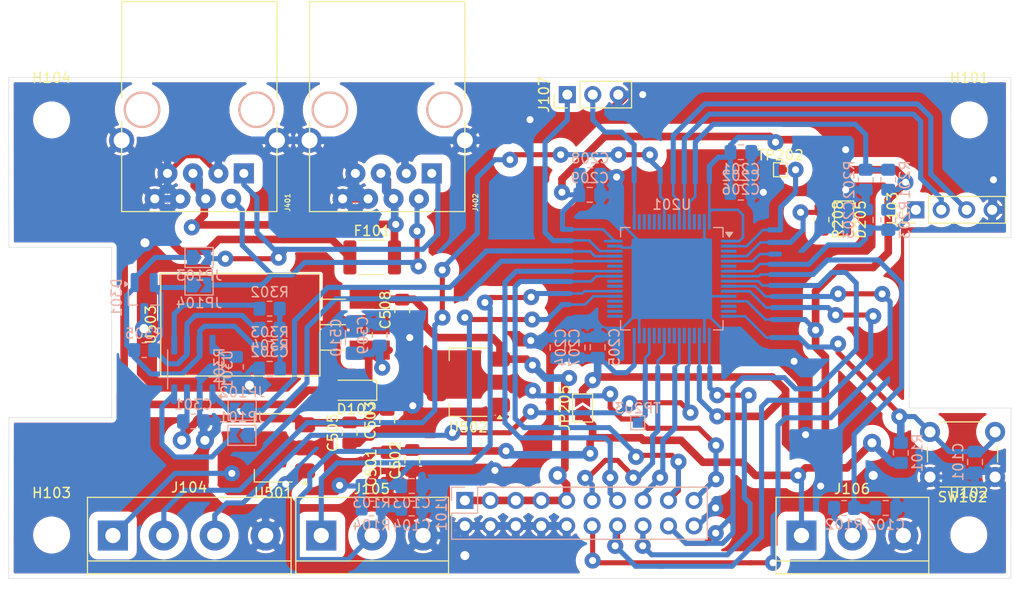
<source format=kicad_pcb>
(kicad_pcb (version 20240108) (generator "pcbnew") (generator_version "8.0")
  (layers (0 "F.Cu" signal) (31 "B.Cu" signal) (34 "B.Paste" user) (35 "F.Paste" user) (36 "B.SilkS" user "B.Silkscreen") (37 "F.SilkS" user "F.Silkscreen") (38 "B.Mask" user) (39 "F.Mask" user) (44 "Edge.Cuts" user))
  (net 0 "")
  (net 1 "GND")
  (net 2 "/stm32/CENTER_SWITCH")
  (net 3 "/ADC_POSITION")
  (net 4 "/stm32/START_SWITCH")
  (net 5 "/stm32/END_SWITCH")
  (net 6 "/stm32/3V3_MCU")
  (net 7 "/RESET")
  (net 8 "Net-(C302-Pad1)")
  (net 9 "+3V3")
  (net 10 "+5V")
  (net 11 "+15V")
  (net 12 "/power_supply/+18V")
  (net 13 "Net-(D102-A)")
  (net 14 "Net-(D205-A)")
  (net 15 "/can/CAN_L")
  (net 16 "/can/CAN_H")
  (net 17 "/can_connector/CAN_18V")
  (net 18 "/PWM_RIGHT")
  (net 19 "/ADC_INPUT_VOLTAGE")
  (net 20 "/~{PWM_LEFT}")
  (net 21 "/PWM_LEFT")
  (net 22 "/ADC_OUTPUT_VOLTAGE-")
  (net 23 "/ADC_OUPUT_VOLTAGE+")
  (net 24 "/~{PWM_RIGHT}")
  (net 25 "/ADC_INPUT_CURRENT")
  (net 26 "/SWDIO")
  (net 27 "/SWCLK")
  (net 28 "/USART_TX")
  (net 29 "/USART_RX")
  (net 30 "/stm32/ENCODER_1")
  (net 31 "Net-(J106-Pin_2)")
  (net 32 "/can_connector/CAN_L")
  (net 33 "/can_connector/CAN_H")
  (net 34 "/can/CAN_RX")
  (net 35 "/stm32/CAN_RX")
  (net 36 "/stm32/CAN_TX")
  (net 37 "/can/CAN_TX")
  (net 39 "/stm32/BOOT0")
  (net 40 "/stm32/RED_LED")
  (net 41 "Net-(U301-STBY)")
  (net 42 "Net-(U301-SPLIT)")
  (net 45 "unconnected-(U201-PH0-Pad5)")
  (net 64 "/stm32/ENCODER_2")
  (net 69 "Net-(U201-PB10)")
  (net 71 "Net-(U201-PC13)")
  (footprint "MountingHole:MountingHole_3.2mm_M3" (layer "F.Cu") (at 176.785 103.675)
    (property "Reference" "H102")
    (property "Value" "MountingHole")
  )
  (footprint "Button_Switch_THT:SW_PUSH_6mm" (layer "F.Cu") (at 179.4125 97.9125 180)
    (property "Reference" "SW102")
    (property "Value" "CENTER_SW")
  )
  (footprint "KicadZeniteSolarLibrary18:TO-220-3_Horizontal_TabDown_SMD" (layer "F.Cu") (at 115.7325 85.25 90)
    (property "Reference" "U503")
    (property "Value" "K78L15-1000R3")
  )
  (footprint "KicadZeniteSolarLibrary18:RJ45_YH59_01" (layer "F.Cu") (at 104.45 67.607611 180)
    (property "Reference" "J401")
    (property "Value" "RJ45_Shielded")
  )
  (footprint "KicadZeniteSolarLibrary18:RJ45_YH59_01" (layer "F.Cu") (at 123.2 67.607611 180)
    (property "Reference" "J402")
    (property "Value" "RJ45_Shielded")
  )
  (footprint "Capacitor_SMD:C_0805_2012Metric_Pad1.18x1.45mm_HandSolder" (layer "F.Cu") (at 118.75 92.25 90)
    (property "Reference" "C503")
    (property "Value" "100n")
  )
  (footprint "Capacitor_SMD:C_0805_2012Metric_Pad1.18x1.45mm_HandSolder" (layer "F.Cu") (at 121.25 96.25 90)
    (property "Reference" "C502")
    (property "Value" "100n")
  )
  (footprint "TerminalBlock:TerminalBlock_bornier-4_P5.08mm" (layer "F.Cu") (at 91.38 103.75)
    (property "Reference" "J104")
    (property "Value" "ENCODER")
  )
  (footprint "TerminalBlock:TerminalBlock_bornier-3_P5.08mm" (layer "F.Cu") (at 112.17 103.75)
    (property "Reference" "J105")
    (property "Value" "SWITCHES")
  )
  (footprint "Diode_SMD:D_SOD-123F" (layer "F.Cu") (at 115.5 89.25 180)
    (property "Reference" "D102")
    (property "Value" "B0530W")
  )
  (footprint "Capacitor_SMD:C_0805_2012Metric_Pad1.18x1.45mm_HandSolder" (layer "F.Cu") (at 115 93.5 90)
    (property "Reference" "C505")
    (property "Value" "100n")
  )
  (footprint "Resistor_SMD:R_0805_2012Metric_Pad1.20x1.40mm_HandSolder" (layer "F.Cu") (at 162.0895 72.225 -90)
    (property "Reference" "R208")
    (property "Value" "1kR 0805")
  )
  (footprint "Capacitor_SMD:C_0805_2012Metric_Pad1.18x1.45mm_HandSolder" (layer "F.Cu") (at 120.25 81.25 90)
    (property "Reference" "C508")
    (property "Value" "100n")
  )
  (footprint "Connector_PinHeader_2.54mm:PinHeader_1x04_P2.54mm_Vertical" (layer "F.Cu") (at 171.5 71.25 90)
    (property "Reference" "J103")
    (property "Value" "USART")
  )
  (footprint "MountingHole:MountingHole_3.2mm_M3" (layer "F.Cu") (at 176.835 62.275)
    (property "Reference" "H101")
    (property "Value" "MountingHole")
  )
  (footprint "Jumper:SolderJumper-2_P1.3mm_Open_TrianglePad1.0x1.5mm" (layer "F.Cu") (at 138.25 91.025 90)
    (property "Reference" "JP205")
    (property "Value" "Enable Stm32 Supply")
  )
  (footprint "TestPoint:TestPoint_Pad_1.0x1.0mm" (layer "F.Cu") (at 158 67.25)
    (property "Reference" "TP202")
    (property "Value" "DB_1")
  )
  (footprint "Capacitor_SMD:C_1206_3216Metric_Pad1.33x1.80mm_HandSolder" (layer "F.Cu") (at 119 97 90)
    (property "Reference" "C501")
    (property "Value" "4.7u")
  )
  (footprint "MountingHole:MountingHole_3.2mm_M3" (layer "F.Cu") (at 85.26 62.275)
    (property "Reference" "H104")
    (property "Value" "MountingHole")
  )
  (footprint "MountingHole:MountingHole_3.2mm_M3" (layer "F.Cu") (at 85.26 103.7)
    (property "Reference" "H103")
    (property "Value" "MountingHole")
  )
  (footprint "LED_SMD:LED_0805_2012Metric_Pad1.15x1.40mm_HandSolder" (layer "F.Cu") (at 164.3395 72.225 -90)
    (property "Reference" "D205")
    (property "Value" "RED_LED")
  )
  (footprint "Package_TO_SOT_SMD:SOT-223-3_TabPin2" (layer "F.Cu") (at 107.4 95 180)
    (property "Reference" "U501")
    (property "Value" "AMS1117-3.3")
  )
  (footprint "Connector_PinHeader_2.54mm:PinHeader_1x03_P2.54mm_Vertical" (layer "F.Cu") (at 136.725 59.75 90)
    (property "Reference" "J107")
    (property "Value" "DEBUG")
  )
  (footprint "TerminalBlock:TerminalBlock_bornier-3_P5.08mm" (layer "F.Cu") (at 160.09 103.75)
    (property "Reference" "J106")
    (property "Value" "POSITION")
  )
  (footprint "Package_TO_SOT_SMD:SOT-223-3_TabPin2" (layer "F.Cu") (at 126.85 88.45 180)
    (property "Reference" "U502")
    (property "Value" "AMS1117-5")
  )
  (footprint "Fuse:Fuse_1812_4532Metric_Pad1.30x3.40mm_HandSolder" (layer "F.Cu") (at 117.25 76)
    (property "Reference" "F101")
    (property "Value" "1A")
  )
  (footprint "Capacitor_SMD:C_0805_2012Metric_Pad1.18x1.45mm_HandSolder" (layer "B.Cu") (at 154.0375 65.5)
    (property "Reference" "C201")
    (property "Value" "25V 10uF X5R ±10% 0805")
  )
  (footprint "Connector_PinHeader_2.54mm:PinHeader_2x10_P2.54mm_Vertical" (layer "B.Cu") (at 126.5 100.25 -90)
    (property "Reference" "J101")
    (property "Value" "Conn_02x03_Odd_Even")
  )
  (footprint "Capacitor_SMD:C_0805_2012Metric_Pad1.18x1.45mm_HandSolder" (layer "B.Cu") (at 154.0375 69.5375 180)
    (property "Reference" "C202")
    (property "Value" "50V 100nF 0805")
  )
  (footprint "Capacitor_SMD:C_0805_2012Metric_Pad1.18x1.45mm_HandSolder" (layer "B.Cu") (at 121.1945 98.8055)
    (property "Reference" "C103")
    (property "Value" "100n")
  )
  (footprint "TestPoint:TestPoint_Pad_1.0x1.0mm" (layer "B.Cu") (at 143.75 92.5 180)
    (property "Reference" "TP203")
    (property "Value" "DB_0")
  )
  (footprint "Capacitor_SMD:C_1206_3216Metric_Pad1.33x1.80mm_HandSolder" (layer "B.Cu") (at 115.5 84 -90)
    (property "Reference" "C510")
    (property "Value" "4.7u")
  )
  (footprint "Capacitor_SMD:C_0805_2012Metric_Pad1.18x1.45mm_HandSolder" (layer "B.Cu") (at 137.75 85 -90)
    (property "Reference" "C204")
    (property "Value" "50V 100nF 0805")
  )
  (footprint "Resistor_SMD:R_0805_2012Metric_Pad1.20x1.40mm_HandSolder" (layer "B.Cu") (at 107.018403 81.113612 180)
    (property "Reference" "R302")
    (property "Value" "300R 0805")
  )
  (footprint "Capacitor_SMD:C_0805_2012Metric_Pad1.18x1.45mm_HandSolder" (layer "B.Cu") (at 138.9625 69.75 180)
    (property "Reference" "C209")
    (property "Value" "50V 10nF X7R ±10% 0402")
  )
  (footprint "Jumper:SolderJumper-2_P1.3mm_Open_TrianglePad1.0x1.5mm" (layer "B.Cu") (at 99.975 78.75)
    (property "Reference" "JP104")
    (property "Value" "CAN_L")
  )
  (footprint "Resistor_SMD:R_0805_2012Metric_Pad1.20x1.40mm_HandSolder" (layer "B.Cu") (at 164.34 101)
    (property "Reference" "R102")
    (property "Value" "1k")
  )
  (footprint "Capacitor_SMD:C_0805_2012Metric_Pad1.18x1.45mm_HandSolder" (layer "B.Cu") (at 177.4125 96.4125 -90)
    (property "Reference" "C101")
    (property "Value" "100n")
  )
  (footprint "Capacitor_SMD:C_0805_2012Metric_Pad1.18x1.45mm_HandSolder" (layer "B.Cu") (at 139.75 84.9625 90)
    (property "Reference" "C205")
    (property "Value" "50V 100nF X7R ±10% 0402")
  )
  (footprint "Package_QFP:LQFP-64_10x10mm_P0.5mm" (layer "B.Cu") (at 147.15 78.125 180)
    (property "Reference" "U201")
    (property "Value" "STM32L431RCTx")
  )
  (footprint "Capacitor_SMD:C_0805_2012Metric_Pad1.18x1.45mm_HandSolder" (layer "B.Cu") (at 99.403403 92.363612 180)
    (property "Reference" "C301")
    (property "Value" "50V 100nF X7R ±10% 0402")
  )
  (footprint "Resistor_SMD:R_0805_2012Metric_Pad1.20x1.40mm_HandSolder" (layer "B.Cu") (at 168.75 72.25 90)
    (property "Reference" "R203")
    (property "Value" "10kR 0805")
  )
  (footprint "Capacitor_SMD:C_0805_2012Metric_Pad1.18x1.45mm_HandSolder" (layer "B.Cu") (at 166.5 72.25 -90)
    (property "Reference" "C203")
    (property "Value" "50V 100nF 0805")
  )
  (footprint "Jumper:SolderJumper-2_P1.3mm_Open_TrianglePad1.0x1.5mm" (layer "B.Cu") (at 99.975 76)
    (property "Reference" "JP103")
    (property "Value" "CAN_H")
  )
  (footprint "Resistor_SMD:R_0805_2012Metric_Pad1.20x1.40mm_HandSolder" (layer "B.Cu") (at 117.1945 101.0555)
    (property "Reference" "R104")
    (property "Value" "10k")
  )
  (footprint "Resistor_SMD:R_0805_2012Metric_Pad1.20x1.40mm_HandSolder" (layer "B.Cu") (at 166.5 68.25 -90)
    (property "Reference" "R202")
    (property "Value" "10kR 0805")
  )
  (footprint "Jumper:SolderJumper-2_P1.3mm_Open_TrianglePad1.0x1.5mm" (layer "B.Cu") (at 104.275 91.25 180)
    (property "Reference" "JP102")
    (property "Value" "CAN_TX")
  )
  (footprint "Resistor_SMD:R_0805_2012Metric_Pad1.20x1.40mm_HandSolder" (layer "B.Cu") (at 94.5 85.25 180)
    (property "Reference" "R305")
    (property "Value" "NC")
  )
  (footprint "Capacitor_SMD:C_0805_2012Metric_Pad1.18x1.45mm_HandSolder" (layer "B.Cu") (at 139 67.7875 180)
    (property "Reference" "C208")
    (property "Value" "50V 1uF X7R ±10% 0805")
  )
  (footprint "Capacitor_SMD:C_0805_2012Metric_Pad1.18x1.45mm_HandSolder" (layer "B.Cu") (at 121.1945 101.0555)
    (property "Reference" "C104")
    (property "Value" "100n")
  )
  (footprint "Resistor_SMD:R_0805_2012Metric_Pad1.20x1.40mm_HandSolder" (layer "B.Cu") (at 107.018403 85.113612 180)
    (property "Reference" "R303")
    (property "Value" "520R 0805")
  )
  (footprint "Capacitor_SMD:C_0805_2012Metric_Pad1.18x1.45mm_HandSolder" (layer "B.Cu") (at 107.018403 87.113612 180)
    (property "Reference" "C302")
    (property "Value" "50V 4.7nF X7R ±5% 0603")
  )
  (footprint "Resistor_SMD:R_0805_2012Metric_Pad1.20x1.40mm_HandSolder" (layer "B.Cu") (at 117.1945 98.8055)
    (property "Reference" "R103")
    (property "Value" "10k")
  )
  (footprint "Capacitor_SMD:C_0805_2012Metric_Pad1.18x1.45mm_HandSolder" (layer "B.Cu") (at 135.75 85 90)
    (property "Reference" "C207")
    (property "Value" "50V 100nF X7R ±10% 0402")
  )
  (footprint "Package_SO:SOIC-8_3.9x4.9mm_P1.27mm" (layer "B.Cu") (at 99.403403 87.174799 90)
    (property "Reference" "U301")
    (property "Value" "MCP2561")
  )
  (footprint "Capacitor_SMD:C_0805_2012Metric_Pad1.18x1.45mm_HandSolder" (layer "B.Cu") (at 168.5 101)
    (property "Reference" "C102")
    (property "Value" "100n")
  )
  (footprint "Resistor_SMD:R_0805_2012Metric_Pad1.20x1.40mm_HandSolder" (layer "B.Cu") (at 170 95.5 90)
    (property "Reference" "R101")
    (property "Value" "10k")
  )
  (footprint "Resistor_SMD:R_0805_2012Metric_Pad1.20x1.40mm_HandSolder" (layer "B.Cu") (at 103.653403 86.924799 -90)
    (property "Reference" "R301")
    (property "Value" "4k7 0805")
  )
  (footprint "Jumper:SolderJumper-2_P1.3mm_Open_TrianglePad1.0x1.5mm" (layer "B.Cu") (at 104.25 93.75 180)
    (property "Reference" "JP101")
    (property "Value" "CAN_RX")
  )
  (footprint "Capacitor_SMD:C_0805_2012Metric_Pad1.18x1.45mm_HandSolder" (layer "B.Cu") (at 118 83.75 -90)
    (property "Reference" "C509")
    (property "Value" "100n")
  )
  (footprint "Capacitor_SMD:C_0805_2012Metric_Pad1.18x1.45mm_HandSolder" (layer "B.Cu") (at 154.0375 67.5375)
    (property "Reference" "C206")
    (property "Value" "50V 100nF X7R ±10% 0402")
  )
  (footprint "Resistor_SMD:R_0805_2012Metric_Pad1.20x1.40mm_HandSolder" (layer "B.Cu") (at 107.018403 83.113612)
    (property "Reference" "R304")
    (property "Value" "520R 0805")
  )
  (footprint "Package_TO_SOT_SMD:SOT-23_Handsoldering" (layer "B.Cu") (at 94.5 80 -90)
    (property "Reference" "D301")
    (property "Value" "PESD1CAN")
  )
  (footprint "Resistor_SMD:R_0805_2012Metric_Pad1.20x1.40mm_HandSolder" (layer "B.Cu") (at 168.75 68.25 90)
    (property "Reference" "R201")
    (property "Value" "BOOT0")
  )
  (gr_line (start 181 74.025) (end 170.835 74.025) (stroke (width 0.05)) (layer "Edge.Cuts"))
  (gr_line (start 91.25 75) (end 91.25 92) (stroke (width 0.05)) (layer "Edge.Cuts"))
  (gr_line (start 181 74.025) (end 180.985 58.025) (stroke (width 0.05)) (layer "Edge.Cuts"))
  (gr_line (start 181 91.025) (end 170.835 91.025) (stroke (width 0.05)) (layer "Edge.Cuts"))
  (gr_line (start 180.985 108.025) (end 181 91.025) (stroke (width 0.05)) (layer "Edge.Cuts"))
  (gr_line (start 170.835 74.025) (end 170.835 91.025) (stroke (width 0.05)) (layer "Edge.Cuts"))
  (gr_line (start 91.25 92) (end 81 92) (stroke (width 0.05)) (layer "Edge.Cuts"))
  (gr_line (start 81 75) (end 80.985 58.025) (stroke (width 0.05)) (layer "Edge.Cuts"))
  (gr_line (start 80.985 108.025) (end 81 92) (stroke (width 0.05)) (layer "Edge.Cuts"))
  (gr_line (start 80.985 58.025) (end 180.985 58.025) (stroke (width 0.05)) (layer "Edge.Cuts"))
  (gr_line (start 81 75) (end 91.25 75) (stroke (width 0.05)) (layer "Edge.Cuts"))
  (gr_line (start 180.985 108.025) (end 80.985 108.025) (stroke (width 0.05)) (layer "Edge.Cuts"))
  (segment (start 160.5 93.689) (end 160.5 87.515171) (width 0.762) (layer "F.Cu") (net 1))
  (segment (start 155.198882 85.599) (end 158.583829 85.599) (width 0.762) (layer "F.Cu") (net 1))
  (segment (start 117.0025 82.71) (end 104.0485 82.71) (width 0.762) (layer "F.Cu") (net 1))
  (segment (start 156.2875 84.510382) (end 155.198882 85.599) (width 0.762) (layer "F.Cu") (net 1))
  (segment (start 135 84.298221) (end 153.898103 84.298221) (width 0.762) (layer "F.Cu") (net 1))
  (segment (start 151.516405 100.983595) (end 152.25 100.25) (width 0.762) (layer "F.Cu") (net 1))
  (segment (start 144.25 59.75) (end 142.654556 59.75) (width 0.762) (layer "F.Cu") (net 1))
  (segment (start 108.627527 100.872473) (end 108.5 101) (width 0.762) (layer "F.Cu") (net 1))
  (segment (start 94.574075 74.534393) (end 94.5 74.608468) (width 0.508) (layer "F.Cu") (net 1))
  (segment (start 116.845 70.151611) (end 114.305 70.151611) (width 0.762) (layer "F.Cu") (net 1))
  (segment (start 142.654556 59.75) (end 140.154556 62.25) (width 0.762) (layer "F.Cu") (net 1))
  (segment (start 164.5 65.25) (end 170.5 65.25) (width 0.762) (layer "F.Cu") (net 1))
  (segment (start 126.9625 97.2875) (end 127 97.25) (width 0.762) (layer "F.Cu") (net 1))
  (segment (start 114.318212 101) (end 116.755712 98.5625) (width 0.762) (layer "F.Cu") (net 1))
  (segment (start 117.107589 93.911161) (end 117.73125 93.2875) (width 0.762) (layer "F.Cu") (net 1))
  (segment (start 116.161161 93.911161) (end 117.107589 93.911161) (width 0.762) (layer "F.Cu") (net 1))
  (segment (start 164.3395 71.2) (end 164.3395 70.9105) (width 0.508) (layer "F.Cu") (net 1))
  (segment (start 108.5 101) (end 102.25 101) (width 0.762) (layer "F.Cu") (net 1))
  (segment (start 100.5 99.25) (end 100.5 98.5) (width 0.762) (layer "F.Cu") (net 1))
  (segment (start 101.905 67.611611) (end 101.856845 67.611611) (width 0.508) (layer "F.Cu") (net 1))
  (segment (start 140.154556 62.25) (end 133 62.25) (width 0.762) (layer "F.Cu") (net 1))
  (segment (start 114.318212 101) (end 108.5 101) (width 0.762) (layer "F.Cu") (net 1))
  (segment (start 117.73125 93.2875) (end 118.75 93.2875) (width 0.762) (layer "F.Cu") (net 1))
  (segment (start 129.384 91.366) (end 130 90.75) (width 0.762) (layer "F.Cu") (net 1))
  (segment (start 135 93.487542) (end 135 84.298221) (width 0.762) (layer "F.Cu") (net 1))
  (segment (start 131.237542 97.25) (end 135 93.487542) (width 0.762) (layer "F.Cu") (net 1))
  (segment (start 173 67.75) (end 173.5 68.25) (width 0.762) (layer "F.Cu") (net 1))
  (segment (start 115 94.5375) (end 115.534822 94.5375) (width 0.762) (layer "F.Cu") (net 1))
  (segment (start 95.555 70.151611) (end 98.095 70.151611) (width 0.508) (layer "F.Cu") (net 1))
  (segment (start 109.222473 98.627527) (end 108.627527 98.627527) (width 0.762) (layer "F.Cu") (net 1))
  (segment (start 158.583829 85.599) (end 159.351861 86.367032) (width 0.762) (layer "F.Cu") (net 1))
  (segment (start 115.534822 94.5375) (end 116.161161 93.911161) (width 0.762) (layer "F.Cu") (net 1))
  (segment (start 100.5 98.5) (end 100.558003 98.441997) (width 0.762) (layer "F.Cu") (net 1))
  (segment (start 129.5 97.25) (end 127 97.25) (width 0.762) (layer "F.Cu") (net 1))
  (segment (start 161.75 100.25) (end 161.75 99.066) (width 0.762) (layer "F.Cu") (net 1))
  (segment (start 96.825 67.611611) (end 96.825 68.881611) (width 0.508) (layer "F.Cu") (net 1))
  (segment (start 94.483234 87.233234) (end 95.75 88.5) (width 0.508) (layer "F.Cu") (net 1))
  (segment (start 104.75 88.5) (end 105 88.75) (width 0.508) (layer "F.Cu") (net 1))
  (segment (start 161.75 100.25) (end 163.75 100.25) (width 0.762) (layer "F.Cu") (net 1))
  (segment (start 126.5 102.79) (end 136.66 102.79) (width 0.762) (layer "F.Cu") (net 1))
  (segment (start 96.825 68.881611) (end 95.555 70.151611) (width 0.508) (layer "F.Cu") (net 1))
  (segment (start 156.2875 69.5) (end 156.2875 84.510382) (width 0.762) (layer "F.Cu") (net 1))
  (segment (start 121 84) (end 121 82.71) (width 0.762) (layer "F.Cu") (net 1))
  (segment (start 94.483234 83.095626) (end 94.483234 87.233234) (width 0.508) (layer "F.Cu") (net 1))
  (segment (start 164.3395 69.4105) (end 164.5 69.25) (width 0.508) (layer "F.Cu") (net 1))
  (segment (start 126.5 105.75) (end 126.5 102.79) (width 0.762) (layer "F.Cu") (net 1))
  (segment (start 120.275 97.2875) (end 119 98.5625) (width 0.762) (layer "F.Cu") (net 1))
  (segment (start 116.755712 98.5625) (end 119 98.5625) (width 0.762) (layer "F.Cu") (net 1))
  (segment (start 115.575 67.611611) (end 115.575 68.881611) (width 0.762) (layer "F.Cu") (net 1))
  (segment (start 94.5 83.07886) (end 94.483234 83.095626) (width 0.508) (layer "F.Cu") (net 1))
  (segment (start 129.5 97.25) (end 131.237542 97.25) (width 0.762) (layer "F.Cu") (net 1))
  (segment (start 121.305696 91.266626) (end 121.305696 90.795) (width 0.762) (layer "F.Cu") (net 1))
  (segment (start 124.634 97.366) (end 124.75 97.25) (width 0.762) (layer "F.Cu") (net 1))
  (segment (start 164.75 100.25) (end 163.75 100.25) (width 0.762) (layer "F.Cu") (net 1))
  (segment (start 164.3395 71.2) (end 164.3395 69.4105) (width 0.508) (layer "F.Cu") (net 1))
  (segment (start 154.764535 67.977035) (end 156.2875 69.5) (width 0.762) (layer "F.Cu") (net 1))
  (segment (start 127 97.25) (end 124.75 97.25) (width 0.762) (layer "F.Cu") (net 1))
  (segment (start 167.25 97.75) (end 164.75 100.25) (width 0.762) (layer "F.Cu") (net 1))
  (segment (start 121.305696 90.795) (end 121.876696 91.366) (width 0.762) (layer "F.Cu") (net 1))
  (segment (start 141.645445 67.977035) (end 154.764535 67.977035) (width 0.762) (layer "F.Cu") (net 1))
  (segment (start 95.75 88.5) (end 104.75 88.5) (width 0.508) (layer "F.Cu") (net 1))
  (segment (start 100.094845 65.849611) (end 98.587 65.849611) (width 0.508) (layer "F.Cu") (net 1))
  (segment (start 126.5 105.75) (end 124.634 103.884) (width 0.762) (layer "F.Cu") (net 1))
  (segment (start 98.587 65.849611) (end 96.825 67.611611) (width 0.508) (layer "F.Cu") (net 1))
  (segment (start 118.75 93.2875) (end 119.284822 93.2875) (width 0.762) (layer "F.Cu") (net 1))
  (segment (start 173.5 68.25) (end 179.25 68.25) (width 0.762) (layer "F.Cu") (net 1))
  (segment (start 115.575 68.881611) (end 116.845 70.151611) (width 0.762) (layer "F.Cu") (net 1))
  (segment (start 101.856845 67.611611) (end 100.094845 65.849611) (width 0.508) (layer "F.Cu") (net 1))
  (segment (start 160.5 87.515171) (end 159.351861 86.367032) (width 0.762) (layer "F.Cu") (net 1))
  (segment (start 161.75 99.066) (end 162 98.816) (width 0.762) (layer "F.Cu") (net 1))
  (segment (start 115.575 68.881611) (end 114.305 70.151611) (width 0.762) (layer "F.Cu") (net 1))
  (segment (start 121.876696 91.366) (end 129.384 91.366) (width 0.762) (layer "F.Cu") (net 1))
  (segment (start 164.25 69.5) (end 164.5 69.25) (width 0.762) (layer "F.Cu") (net 1))
  (segment (start 102.25 101) (end 100.5 99.25) (width 0.762) (layer "F.Cu") (net 1))
  (segment (start 121.25 97.2875) (end 126.9625 97.2875) (width 0.762) (layer "F.Cu") (net 1))
  (segment (start 124.634 103.884) (end 124.634 97.366) (width 0.762) (layer "F.Cu") (net 1))
  (segment (start 94.5 74.608468) (end 94.5 83.07886) (width 0.508) (layer "F.Cu") (net 1))
  (segment (start 119.284822 93.2875) (end 121.305696 91.266626) (width 0.762) (layer "F.Cu") (net 1))
  (segment (start 121 82.71) (end 117.0025 82.71) (width 0.762) (layer "F.Cu") (net 1))
  (segment (start 170.5 65.25) (end 173 67.75) (width 0.762) (layer "F.Cu") (net 1))
  (segment (start 96.825 68.881611) (end 98.095 70.151611) (width 0.508) (layer "F.Cu") (net 1))
  (segment (start 152.25 100.25) (end 161.75 100.25) (width 0.762) (layer "F.Cu") (net 1))
  (segment (start 100.558003 98.441997) (end 100.558003 94.25) (width 0.762) (layer "F.Cu") (net 1))
  (segment (start 156.2875 69.5) (end 164.25 69.5) (width 0.762) (layer "F.Cu") (net 1))
  (segment (start 151.516405 101.005749) (end 151.516405 100.983595) (width 0.762) (layer "F.Cu") (net 1))
  (segment (start 153.898103 84.298221) (end 155.198882 85.599) (width 0.762) (layer "F.Cu") (net 1))
  (segment (start 133.078 84.298221) (end 135 84.298221) (width 0.762) (layer "F.Cu") (net 1))
  (segment (start 110.55 97.3) (end 109.222473 98.627527) (width 0.762) (layer "F.Cu") (net 1))
  (segment (start 108.627527 98.627527) (end 108.627527 100.872473) (width 0.762) (layer "F.Cu") (net 1))
  (segment (start 121.25 97.2875) (end 120.275 97.2875) (width 0.762) (layer "F.Cu") (net 1))
  (via (at 167.25 97.75) (size 1.8) (drill 0.9) (layers "F.Cu" "B.Cu") (net 1))
  (via (at 151.516405 101.005749) (size 1.6) (drill 0.7) (layers "F.Cu" "B.Cu") (net 1))
  (via (at 164.5 69.25) (size 1.6) (drill 0.7) (layers "F.Cu" "B.Cu") (net 1))
  (via (at 105 88.75) (size 1.8) (drill 0.9) (layers "F.Cu" "B.Cu") (net 1))
  (via (at 133 62.25) (size 1.6) (drill 0.7) (layers "F.Cu" "B.Cu") (net 1))
  (via (at 129.5 97.25) (size 1.6) (drill 0.7) (layers "F.Cu" "B.Cu") (net 1))
  (via (at 94.574075 74.534393) (size 1.8) (drill 0.9) (layers "F.Cu" "B.Cu") (net 1))
  (via (at 141.645445 67.977035) (size 1.6) (drill 0.7) (layers "F.Cu" "B.Cu") (net 1))
  (via (at 94.483234 83.095626) (size 1.8) (drill 0.9) (layers "F.Cu" "B.Cu") (net 1))
  (via (at 126.5 105.75) (size 1.8) (drill 0.9) (layers "F.Cu" "B.Cu") (net 1))
  (via (at 160.5 93.689) (size 1.6) (drill 0.7) (layers "F.Cu" "B.Cu") (net 1))
  (via (at 162 98.816) (size 1.6) (drill 0.7) (layers "F.Cu" "B.Cu") (net 1))
  (via (at 159.351861 86.367032) (size 1.6) (drill 0.7) (layers "F.Cu" "B.Cu") (net 1))
  (via (at 100.558003 94.25) (size 1.8) (drill 0.9) (layers "F.Cu" "B.Cu") (net 1))
  (via (at 164.5 65.25) (size 1.6) (drill 0.7) (layers "F.Cu" "B.Cu") (net 1))
  (via (at 179.25 68.25) (size 1.6) (drill 0.7) (layers "F.Cu" "B.Cu") (net 1))
  (via (at 156.2875 69.5) (size 1.6) (drill 0.7) (layers "F.Cu" "B.Cu") (net 1))
  (via (at 108.627527 98.627527) (size 1.6) (drill 0.7) (layers "F.Cu" "B.Cu") (net 1))
  (via (at 121 84) (size 1.6) (drill 0.7) (layers "F.Cu" "B.Cu") (net 1))
  (via (at 121.305696 90.795) (size 1.6) (drill 0.7) (layers "F.Cu" "B.Cu") (net 1))
  (via (at 144.25 59.75) (size 1.6) (drill 0.7) (layers "F.Cu" "B.Cu") (net 1))
  (via (at 133.078 84.298221) (size 1.6) (drill 0.7) (layers "F.Cu" "B.Cu") (net 1))
  (segment (start 143.9 83.8) (end 143.9 81.35) (width 0.254) (layer "B.Cu") (net 1))
  (segment (start 117.209389 70) (end 117.361 69.848389) (width 0.762) (layer "B.Cu") (net 1))
  (segment (start 117.725 82.4375) (end 118 82.7125) (width 0.762) (layer "B.Cu") (net 1))
  (segment (start 135.7875 84.175) (end 135.75 84.2125) (width 0.508) (layer "B.Cu") (net 1))
  (segment (start 156.117032 86.367032) (end 156.5 86.367032) (width 0.508) (layer "B.Cu") (net 1))
  (segment (start 170.125 101) (end 172.9125 98.2125) (width 0.762) (layer "B.Cu") (net 1))
  (segment (start 128.366 98.384) (end 129.5 97.25) (width 0.762) (layer "B.Cu") (net 1))
  (segment (start 93.5 73.460318) (end 93.5 72.206611) (width 0.508) (layer "B.Cu") (net 1))
  (segment (start 116.71 70) (end 115.44 68.73) (width 0.762) (layer "B.Cu") (net 1))
  (segment (start 151.516405 101.005749) (end 149.732154 102.79) (width 0.508) (layer "B.Cu") (net 1))
  (segment (start 122.232 98.8055) (end 122.6535 98.384) (width 0.762) (layer "B.Cu") (net 1))
  (segment (start 141.475 74.875) (end 142.0492 74.875) (width 0.254) (layer "B.Cu") (net 1))
  (segment (start 164.3395 71.2) (end 166.4875 71.2) (width 0.508) (layer "B.Cu") (net 1))
  (segment (start 142.0492 74.875) (end 142.196 75.0218) (width 0.254) (layer "B.Cu") (net 1))
  (segment (start 156.5 86.367032) (end 159.351861 86.367032) (width 0.508) (layer "B.Cu") (net 1))
  (segment (start 122.232 98.8055) (end 122.232 97.768) (width 0.762) (layer "B.Cu") (net 1))
  (segment (start 100.038403 92.502299) (end 100.038403 89.649799) (width 0.508) (layer "B.Cu") (net 1))
  (segment (start 105.980903 87.113612) (end 105.980903 87.769097) (width 0.508) (layer "B.Cu") (net 1))
  (segment (start 150.4 81.4) (end 155.367032 86.367032) (width 0.254) (layer "B.Cu") (net 1))
  (segment (start 98.272398 64.75) (end 100.457602 64.75) (width 0.762) (layer "B.Cu") (net 1))
  (segment (start 176.95 97.9125) (end 177.4125 97.45) (width 0.508) (layer "B.Cu") (net 1))
  (segment (start 100.834879 87.674799) (end 103.403403 87.674799) (width 0.508) (layer "B.Cu") (net 1))
  (segment (start 96.825 68.881611) (end 96.825 67.611611) (width 0.762) (layer "B.Cu") (net 1))
  (segment (start 105.980903 87.769097) (end 105 88.75) (width 0.508) (layer "B.Cu") (net 1))
  (segment (start 120.632998 84.367002) (end 120.632998 90.122302) (width 0.762) (layer "B.Cu") (net 1))
  (segment (start 177.4125 97.45) (end 178.95 97.45) (width 0.508) (layer "B.Cu") (net 1))
  (segment (start 172.9125 98.2125) (end 172.9125 97.9125) (width 0.762) (layer "B.Cu") (net 1))
  (segment (start 111 64.311611) (end 113.705824 64.311611) (width 0.762) (layer "B.Cu") (net 1))
  (segment (start 100.440903 94.1329) (end 100.558003 94.25) (width 0.508) (layer "B.Cu") (net 1))
  (segment (start 115.44 66.045787) (end 116.887398 64.598389) (width 0.762) (layer "B.Cu") (net 1))
  (segment (start 122.254176 64.311611) (end 126.5 64.311611) (width 0.762) (layer "B.Cu") (net 1))
  (segment (start 155.367032 86.367032) (end 156.5 86.367032) (width 0.254) (layer "B.Cu") (net 1))
  (segment (start 155.075 68.5375) (end 155.075 69.5375) (width 0.254) (layer "B.Cu") (net 1))
  (segment (start 150.728 79.875) (end 150.4 80.203) (width 0.254) (layer "B.Cu") (net 1))
  (segment (start 141.45591 67.7875) (end 141.645445 67.977035) (width 0.508) (layer "B.Cu") (net 1))
  (segment (start 125.54 103.75) (end 126.5 102.79) (width 0.762) (layer "B.Cu") (net 1))
  (segment (start 120.52 66.045787) (end 120.52 67.46) (width 0.762) (layer "B.Cu") (net 1))
  (segment (start 172.9125 97.9125) (end 176.95 97.9125) (width 0.508) (layer "B.Cu") (net 1))
  (segment (start 98.594389 70.151611) (end 98.746 70) (width 0.762) (layer "B.Cu") (net 1))
  (segment (start 94.5 83.07886) (end 94.483234 83.095626) (width 0.508) (layer "B.Cu") (net 1))
  (segment (start 96.825 68.881611) (end 95.555 70.151611) (width 0.762) (layer "B.Cu") (net 1))
  (segment (start 96.825 67.611611) (end 96.825 66.197398) (width 0.762) (layer "B.Cu") (net 1))
  (segment (start 114.17 70) (end 117.209389 70) (width 0.762) (layer "B.Cu") (net 1))
  (segment (start 139.75 84.175) (end 135.7875 84.175) (width 0.508) (layer "B.Cu") (net 1))
  (segment (start 156.2875 69.5) (end 155.1125 69.5) (width 0.508) (layer "B.Cu") (net 1))
  (segment (start 115.575 68.881611) (end 114.305 70.151611) (width 0.762) (layer "B.Cu") (net 1))
  (segment (start 120.52 66.045787) (end 122.254176 64.311611) (width 0.762) (layer "B.Cu") (net 1))
  (segment (start 122.232 103.768) (end 122.1945 103.8055) (width 0.762) (layer "B.Cu") (net 1))
  (segment (start 121 84) (end 119.7125 82.7125) (width 0.762) (layer "B.Cu") (net 1))
  (segment (start 178.95 97.45) (end 179.4125 97.9125) (width 0.508) (layer "B.Cu") (net 1))
  (segment (start 164.5 69.25) (end 164.5 65.25) (width 0.762) (layer "B.Cu") (net 1))
  (segment (start 169.5375 100.0375) (end 167.25 97.75) (width 0.508) (layer "B.Cu") (net 1))
  (segment (start 104.478604 88.75) (end 103.653403 87.924799) (width 0.508) (layer "B.Cu") (net 1))
  (segment (start 140 70.475) (end 144.5468 75.0218) (width 0.254) (layer "B.Cu") (net 1))
  (segment (start 100.038403 88.471275) (end 100.834879 87.674799) (width 0.508) (layer "B.Cu") (net 1))
  (segment (start 150.4 79.547) (end 150.728 79.875) (width 0.254) (layer "B.Cu") (net 1))
  (segment (start 95.555 70.151611) (end 98.594389 70.151611) (width 0.762) (layer "B.Cu") (net 1))
  (segment (start 145.8748 75.0218) (end 147.9265 77.0735) (width 0.254) (layer "B.Cu") (net 1))
  (segment (start 121 84) (end 120.632998 84.367002) (width 0.762) (layer "B.Cu") (net 1))
  (segment (start 100.038403 89.649799) (end 100.038403 88.471275) (width 0.508) (layer "B.Cu") (net 1))
  (segment (start 103.790787 64.311611) (end 107.75 64.311611) (width 0.762) (layer "B.Cu") (net 1))
  (segment (start 147.9265 77.0735) (end 150.4 79.547) (width 0.254) (layer "B.Cu") (net 1))
  (segment (start 155.1125 69.5) (end 155.075 69.5375) (width 0.508) (layer "B.Cu") (net 1))
  (segment (start 119.7125 82.7125) (end 118 82.7125) (width 0.762) (layer "B.Cu") (net 1))
  (segment (start 103.403403 87.674799) (end 103.653403 87.924799) (width 0.508) (layer "B.Cu") (net 1))
  (segment (start 130.938389 64.311611) (end 133 62.25) (width 0.762) (layer "B.Cu") (net 1))
  (segment (start 93.5 72.206611) (end 95.555 70.151611) (width 0.508) (layer "B.Cu") (net 1))
  (segment (start 98.095 70.151611) (end 96.825 68.881611) (width 0.762) (layer "B.Cu") (net 1))
  (segment (start 149.732154 102.79) (end 149.36 102.79) (width 0.508) (layer "B.Cu") (net 1))
  (segment (start 141.075 84.175) (end 144 81.25) (width 0.254) (layer "B.Cu") (net 1))
  (segment (start 120.632998 90.122302) (end 121.305696 90.795) (width 0.762) (layer "B.Cu") (net 1))
  (segment (start 106.62 100.635054) (end 108.627527 98.627527) (width 0.762) (layer "B.Cu") (net 1))
  (segment (start 106.62 103.75) (end 106.62 100.635054) (width 0.762) (layer "B.Cu") (net 1))
  (segment (start 135.75 84.2125) (end 135.296 83.7585) (width 0.254) (layer "B.Cu") (net 1))
  (segment (start 150.4 72.45) (end 150.4 79.547) (width 0.254) (layer "B.Cu") (net 1))
  (segment (start 140.0375 67.7875) (end 141.45591 67.7875) (width 0.508) (layer "B.Cu") (net 1))
  (segment (start 107.75 64.311611) (end 111 64.311611) (width 0.762) (layer "B.Cu") (net 1))
  (segment (start 169.3775 101) (end 169.3775 102.8775) (width 0.762) (layer "B.Cu") (net 1))
  (segment (start 144.5468 75.0218) (end 145.8748 75.0218) (width 0.254) (layer "B.Cu") (net 1))
  (segment (start 135.75 84.2125) (end 133.163721 84.2125) (width 0.508) (layer "B.Cu") (net 1))
  (segment (start 144 81.25) (end 147.9265 77.3235) (width 0.254) (layer "B.Cu") (net 1))
  (segment (start 166.5 69.25) (end 164.5 69.25) (width 0.508) (layer "B.Cu") (net 1))
  (segment (start 179.25 71.12) (end 179.12 71.25) (width 0.762) (layer "B.Cu") (net 1))
  (segment (start 115.44 68.73) (end 115.44 67.46) (width 0.762) (layer "B.Cu") (net 1))
  (segment (start 150.4 80.203) (end 150.196 79.999) (width 0.254) (layer "B.Cu") (net 1))
  (segment (start 100.440903 92.363612) (end 100.440903 94.1329) (width 0.508) (layer "B.Cu") (net 1))
  (segment (start 94.574075 74.534393) (end 93.5 73.460318) (width 0.508) (layer "B.Cu") (net 1))
  (segment (start 101.905 66.197398) (end 103.790787 64.311611) (width 0.762) (layer "B.Cu") (net 1))
  (segment (start 113.705824 64.311611) (end 115.44 66.045787) (width 0.762) (layer "B.Cu") (net 1))
  (segment (start 179.25 68.25) (end 179.25 71.12) (width 0.762) (layer "B.Cu") (net 1))
  (segment (start 166.5 69.25) (end 166.5 71.2125) (width 0.508) (layer "B.Cu") (net 1))
  (segment (start 150.4 80.800118) (end 150.4 80.203) (width 0.508) (layer "B.Cu") (net 1))
  (segment (start 142.196 75.0218) (end 144.5468 75.0218) (width 0.254) (layer "B.Cu") (net 1))
  (segment (start 96.825 66.197398) (end 98.272398 64.75) (width 0.762) (layer "B.Cu") (net 1))
  (segment (start 122.232 101.0555) (end 122.232 103.768) (width 0.762) (layer "B.Cu") (net 1))
  (segment (start 162 95.189) (end 162 98.816) (width 0.762) (layer "B.Cu") (net 1))
  (segment (start 143.9 81.35) (end 144 81.25) (width 0.254) (layer "B.Cu") (net 1))
  (segment (start 115.575 67.611611) (end 115.575 68.881611) (width 0.762) (layer "B.Cu") (net 1))
  (segment (start 100.457602 64.75) (end 101.905 66.197398) (width 0.762) (layer "B.Cu") (net 1))
  (segment (start 119.072602 64.598389) (end 120.52 66.045787) (width 0.762) (layer "B.Cu") (net 1))
  (segment (start 116.887398 64.598389) (end 119.072602 64.598389) (width 0.762) (layer "B.Cu") (net 1))
  (segment (start 139.75 84.175) (end 141.075 84.175) (width 0.254) (layer "B.Cu") (net 1))
  (segment (start 150.4 83.8) (end 150.4 80.203) (width 0.254) (layer "B.Cu") (net 1))
  (segment (start 94.5 81.5) (end 94.5 83.07886) (width 0.508) (layer "B.Cu") (net 1))
  (segment (start 155.075 69.5375) (end 155.075 67.5375) (width 0.508) (layer "B.Cu") (net 1))
  (segment (start 150.4 80.800118) (end 150.4 81.4) (width 0.254) (layer "B.Cu") (net 1))
  (segment (start 140 69.75) (end 140 70.475) (width 0.254) (layer "B.Cu") (net 1))
  (segment (start 155.075 65.5) (end 155.075 67.5375) (width 0.508) (layer "B.Cu") (net 1))
  (segment (start 122.33 103.75) (end 125.54 103.75) (width 0.762) (layer "B.Cu") (net 1))
  (segment (start 115.44 67.46) (end 115.44 66.045787) (width 0.762) (layer "B.Cu") (net 1))
  (segment (start 166.4875 71.2) (end 166.5 71.2125) (width 0.508) (layer "B.Cu") (net 1))
  (segment (start 133.163721 84.2125) (end 133.078 84.298221) (width 0.508) (layer "B.Cu") (net 1))
  (segment (start 141.805 59.75) (end 144.25 59.75) (width 0.762) (layer "B.Cu") (net 1))
  (segment (start 169.3775 102.8775) (end 170.25 103.75) (width 0.762) (layer "B.Cu") (net 1))
  (segment (start 160.5 93.689) (end 162 95.189) (width 0.762) (layer "B.Cu") (net 1))
  (segment (start 122.232 101.0555) (end 122.232 98.8055) (width 0.762) (layer "B.Cu") (net 1))
  (segment (start 126.5 64.311611) (end 130.938389 64.311611) (width 0.762) (layer "B.Cu") (net 1))
  (segment (start 169.5375 101) (end 169.5375 100.0375) (width 0.508) (layer "B.Cu") (net 1))
  (segment (start 122.6535 98.384) (end 128.366 98.384) (width 0.762) (layer "B.Cu") (net 1))
  (segment (start 105 88.75) (end 104.478604 88.75) (width 0.508) (layer "B.Cu") (net 1))
  (segment (start 147.9265 77.3235) (end 147.9265 77.0735) (width 0.254) (layer "B.Cu") (net 1))
  (segment (start 152.825 79.875) (end 150.728 79.875) (width 0.254) (layer "B.Cu") (net 1))
  (segment (start 169.5375 101) (end 170.125 101) (width 0.762) (layer "B.Cu") (net 1))
  (segment (start 115.5 82.4375) (end 117.725 82.4375) (width 0.762) (layer "B.Cu") (net 1))
  (segment (start 101.905 67.611611) (end 101.905 66.197398) (width 0.762) (layer "B.Cu") (net 1))
  (segment (start 121.982 104.018) (end 122.1945 103.8055) (width 0.762) (layer "B.Cu") (net 1))
  (segment (start 163.741196 85.491196) (end 163.741196 84.620196) (width 0.508) (layer "F.Cu") (net 2))
  (segment (start 169.85338 91.877305) (end 169.85338 91.60338) (width 0.508) (layer "F.Cu") (net 2))
  (segment (start 169.85338 91.60338) (end 163.741196 85.491196) (width 0.508) (layer "F.Cu") (net 2))
  (via (at 163.741196 84.620196) (size 1.6) (drill 0.7) (layers "F.Cu" "B.Cu") (net 2))
  (via (at 169.85338 91.877305) (size 1.6) (drill 0.7) (layers "F.Cu" "B.Cu") (net 2))
  (segment (start 172.9125 93.4125) (end 174.875 95.375) (width 0.508) (layer "B.Cu") (net 2))
  (segment (start 178.1375 95.375) (end 179.6335 93.879) (width 0.508) (layer "B.Cu") (net 2))
  (segment (start 158.097 84) (end 158.096 83.999) (width 0.508) (layer "B.Cu") (net 2))
  (segment (start 177.4125 95.375) (end 178.1375 95.375) (width 0.508) (layer "B.Cu") (net 2))
  (segment (start 156.496 83.899) (end 156.596 83.999) (width 0.254) (layer "B.Cu") (net 2))
  (segment (start 179.6335 93.879) (end 179.6335 93.4125) (width 0.508) (layer "B.Cu") (net 2))
  (segment (start 163.422392 84.939) (end 160.800393 84.939) (width 0.508) (layer "B.Cu") (net 2))
  (segment (start 174.875 95.375) (end 177.4125 95.375) (width 0.508) (layer "B.Cu") (net 2))
  (segment (start 157.096 83.999) (end 157.196 83.999) (width 0.254) (layer "B.Cu") (net 2))
  (segment (start 163.741196 84.620196) (end 163.422392 84.939) (width 0.508) (layer "B.Cu") (net 2))
  (segment (start 160.800393 84.939) (end 159.861393 84) (width 0.508) (layer "B.Cu") (net 2))
  (segment (start 156.596 83.999) (end 157.096 83.999) (width 0.254) (layer "B.Cu") (net 2))
  (segment (start 154.472 81.875) (end 156.496 83.899) (width 0.254) (layer "B.Cu") (net 2))
  (segment (start 159.861393 84) (end 158.097 84) (width 0.508) (layer "B.Cu") (net 2))
  (segment (start 170 92.023925) (end 169.85338 91.877305) (width 0.762) (layer "B.Cu") (net 2))
  (segment (start 158.096 83.999) (end 157.096 83.999) (width 0.508) (layer "B.Cu") (net 2))
  (segment (start 171.377305 91.877305) (end 172.9125 93.4125) (width 0.508) (layer "B.Cu") (net 2))
  (segment (start 170 94.5) (end 170 92.023925) (width 0.762) (layer "B.Cu") (net 2))
  (segment (start 169.85338 91.877305) (end 171.377305 91.877305) (width 0.508) (layer "B.Cu") (net 2))
  (segment (start 152.825 81.875) (end 154.472 81.875) (width 0.254) (layer "B.Cu") (net 2))
  (segment (start 162.68684 76.25) (end 161.23784 77.699) (width 0.508) (layer "B.Cu") (net 3))
  (segment (start 167.75 76.25) (end 162.68684 76.25) (width 0.508) (layer "B.Cu") (net 3))
  (segment (start 155.82 77.875) (end 155.996 77.699) (width 0.254) (layer "B.Cu") (net 3))
  (segment (start 166.34 101) (end 167.3025 101) (width 0.762) (layer "B.Cu") (net 3))
  (segment (start 161.23784 77.699) (end 156.996 77.699) (width 0.508) (layer "B.Cu") (net 3))
  (segment (start 165.34 101) (end 165.34 93.66) (width 0.508) (layer "B.Cu") (net 3))
  (segment (start 170.081 88.919) (end 170.081 78.581) (width 0.508) (layer "B.Cu") (net 3))
  (segment (start 167.3025 101) (end 167.75 100.5525) (width 0.508) (layer "B.Cu") (net 3))
  (segment (start 156.996 77.699) (end 157.096 77.699) (width 0.254) (layer "B.Cu") (net 3))
  (segment (start 152.825 77.875) (end 155.82 77.875) (width 0.254) (layer "B.Cu") (net 3))
  (segment (start 165.34 93.66) (end 170.081 88.919) (width 0.508) (layer "B.Cu") (net 3))
  (segment (start 165.34 101) (end 166.34 101) (width 0.762) (layer "B.Cu") (net 3))
  (segment (start 155.996 77.699) (end 156.996 77.699) (width 0.254) (layer "B.Cu") (net 3))
  (segment (start 170.081 78.581) (end 167.75 76.25) (width 0.508) (layer "B.Cu") (net 3))
  (segment (start 133.072921 80) (end 133.111921 79.961) (width 0.508) (layer "F.Cu") (net 4))
  (segment (start 128.5 80.5) (end 129 80) (width 0.508) (layer "F.Cu") (net 4))
  (segment (start 129 80) (end 133.072921 80) (width 0.508) (layer "F.Cu") (net 4))
  (via (at 128.5 80.5) (size 1.6) (drill 0.7) (layers "F.Cu" "B.Cu") (net 4))
  (via (at 133.111921 79.961) (size 1.6) (drill 0.7) (layers "F.Cu" "B.Cu") (net 4))
  (segment (start 119 98.8055) (end 120.157 98.8055) (width 0.762) (layer "B.Cu") (net 4))
  (segment (start 118.1945 98.8055) (end 119 98.8055) (width 0.762) (layer "B.Cu") (net 4))
  (segment (start 138.42 79.375) (end 138.196 79.599) (width 0.254) (layer "B.Cu") (net 4))
  (segment (start 141.475 79.375) (end 138.42 79.375) (width 0.254) (layer "B.Cu") (net 4))
  (segment (start 119 98.8055) (end 121.3075 96.498) (width 0.508) (layer "B.Cu") (net 4))
  (segment (start 138.196 79.599) (end 136.996 79.599) (width 0.254) (layer "B.Cu") (net 4))
  (segment (start 127.252 96.498) (end 121.3075 96.498) (width 0.508) (layer "B.Cu") (net 4))
  (segment (start 128.5 80.5) (end 129.025062 81.025062) (width 0.508) (layer "B.Cu") (net 4))
  (segment (start 133.473921 79.599) (end 136.996 79.599) (width 0.508) (layer "B.Cu") (net 4))
  (segment (start 129.025062 81.025062) (end 129.025062 94.724938) (width 0.508) (layer "B.Cu") (net 4))
  (segment (start 112.17 103.75) (end 112.17 98.08) (width 0.508) (layer "B.Cu") (net 4))
  (segment (start 113.752 96.498) (end 121.3075 96.498) (width 0.508) (layer "B.Cu") (net 4))
  (segment (start 129.025062 94.724938) (end 127.252 96.498) (width 0.508) (layer "B.Cu") (net 4))
  (segment (start 112.17 98.08) (end 113.752 96.498) (width 0.508) (layer "B.Cu") (net 4))
  (segment (start 133.111921 79.961) (end 133.473921 79.599) (width 0.508) (layer "B.Cu") (net 4))
  (segment (start 126.5 82) (end 126.694057 82.194057) (width 0.508) (layer "F.Cu") (net 5))
  (segment (start 126.694057 82.194057) (end 133.205147 82.194057) (width 0.508) (layer "F.Cu") (net 5))
  (via (at 126.5 82) (size 1.6) (drill 0.7) (layers "F.Cu" "B.Cu") (net 5))
  (via (at 133.205147 82.194057) (size 1.6) (drill 0.7) (layers "F.Cu" "B.Cu") (net 5))
  (segment (start 138.496 80.699) (end 136.896 80.699) (width 0.254) (layer "B.Cu") (net 5))
  (segment (start 133.205147 82.194057) (end 134.743943 82.194057) (width 0.508) (layer "B.Cu") (net 5))
  (segment (start 126.952447 95.181107) (end 126.778554 95.355) (width 0.508) (layer "B.Cu") (net 5))
  (segment (start 117.1145 103.8055) (end 118.1945 102.7255) (width 0.762) (layer "B.Cu") (net 5))
  (segment (start 109.781 106.139) (end 114.861 106.139) (width 0.508) (layer "B.Cu") (net 5))
  (segment (start 126.778554 95.355) (end 113.278554 95.355) (width 0.508) (layer "B.Cu") (net 5))
  (segment (start 136.896 80.699) (end 136.199 80.699) (width 0.508) (layer "B.Cu") (net 5))
  (segment (start 109.781 100.219) (end 109.781 106.139) (width 0.508) (layer "B.Cu") (net 5))
  (segment (start 111.027 97.606554) (end 111.027 98.973) (width 0.508) (layer "B.Cu") (net 5))
  (segment (start 139.32 79.875) (end 138.496 80.699) (width 0.254) (layer "B.Cu") (net 5))
  (segment (start 114.861 106.139) (end 117.25 103.75) (width 0.508) (layer "B.Cu") (net 5))
  (segment (start 118.1945 102.7255) (end 118.1945 101.0555) (width 0.762) (layer "B.Cu") (net 5))
  (segment (start 118.1945 101.0555) (end 120.157 101.0555) (width 0.762) (layer "B.Cu") (net 5))
  (segment (start 136.199 80.699) (end 136.196 80.699) (width 0.508) (layer "B.Cu") (net 5))
  (segment (start 126.5 82) (end 126.952447 82.452447) (width 0.508) (layer "B.Cu") (net 5))
  (segment (start 141.475 79.875) (end 139.32 79.875) (width 0.254) (layer "B.Cu") (net 5))
  (segment (start 134.743943 82.194057) (end 136.196 80.742) (width 0.508) (layer "B.Cu") (net 5))
  (segment (start 111.027 98.973) (end 109.781 100.219) (width 0.508) (layer "B.Cu") (net 5))
  (segment (start 126.952447 82.452447) (end 126.952447 95.181107) (width 0.508) (layer "B.Cu") (net 5))
  (segment (start 113.278554 95.355) (end 111.027 97.606554) (width 0.508) (layer "B.Cu") (net 5))
  (segment (start 158.5 89.25) (end 158.5 94.5) (width 0.762) (layer "F.Cu") (net 6))
  (segment (start 161.5 83.25) (end 161.5 79.36481) (width 0.762) (layer "F.Cu") (net 6))
  (segment (start 162.471196 94.286016) (end 162.471196 85.918408) (width 0.762) (layer "F.Cu") (net 6))
  (segment (start 161.5 84.947212) (end 161.5 83.25) (width 0.762) (layer "F.Cu") (net 6))
  (segment (start 136.189 68.191212) (end 136.189 69.5) (width 0.762) (layer "F.Cu") (net 6))
  (segment (start 161.154212 95.603) (end 162.471196 94.286016) (width 0.762) (layer "F.Cu") (net 6))
  (segment (start 140.446212 63.934) (end 136.189 68.191212) (width 0.762) (layer "F.Cu") (net 6))
  (segment (start 168.75 75.5) (end 168.75 70.25) (width 0.762) (layer "F.Cu") (net 6))
  (segment (start 163.75 67.25) (end 169.5 67.25) (width 0.762) (layer "F.Cu") (net 6))
  (segment (start 170.475359 68.524641) (end 170.475359 68.495617) (width 0.762) (layer "F.Cu") (net 6))
  (segment (start 157.184 87.934) (end 139.566 87.934) (width 0.762) (layer "F.Cu") (net 6))
  (segment (start 160.75 64.25) (end 157.75 64.25) (width 0.762) (layer "F.Cu") (net 6))
  (segment (start 158.5 94.5) (end 159.603 95.603) (width 0.762) (layer "F.Cu") (net 6))
  (segment (start 156.934 63.934) (end 140.446212 63.934) (width 0.762) (layer "F.Cu") (net 6))
  (segment (start 139.25 88.25) (end 138.25 89.25) (width 0.762) (layer "F.Cu") (net 6))
  (segment (start 157.5 64.5) (end 156.934 63.934) (width 0.762) (layer "F.Cu") (net 6))
  (segment (start 161.431788 83.25) (end 161.5 83.25) (width 0.762) (layer "F.Cu") (net 6))
  (segment (start 138.25 89.25) (end 138.25 89.856097) (width 0.762) (layer "F.Cu") (net 6))
  (segment (start 151.688 91.858003) (end 156.391997 91.858003) (width 0.762) (layer "F.Cu") (net 6))
  (segment (start 162.471196 85.918408) (end 161.5 84.947212) (width 0.762) (layer "F.Cu") (net 6))
  (segment (start 161.5 79.36481) (end 163.86481 77) (width 0.762) (layer "F.Cu") (net 6))
  (segment (start 163.86481 77) (end 167.25 77) (width 0.762) (layer "F.Cu") (net 6))
  (segment (start 156.391997 91.858003) (end 158.5 89.75) (width 0.762) (layer "F.Cu") (net 6))
  (segment (start 160.75 64.25) (end 163.75 67.25) (width 0.762) (layer "F.Cu") (net 6))
  (segment (start 169.5 67.25) (end 170.475359 68.225359) (width 0.762) (layer "F.Cu") (net 6))
  (segment (start 170.475359 68.225359) (end 170.475359 68.495617) (width 0.762) (layer "F.Cu") (net 6))
  (segment (start 158.5 89.75) (end 158.5 89.25) (width 0.762) (layer "F.Cu") (net 6))
  (segment (start 159.603 95.603) (end 161.154212 95.603) (width 0.762) (layer "F.Cu") (net 6))
  (segment (start 167.25 77) (end 168.75 75.5) (width 0.762) (layer "F.Cu") (net 6))
  (segment (start 158.5 89.25) (end 157.184 87.934) (width 0.762) (layer "F.Cu") (net 6))
  (segment (start 139.566 87.934) (end 139.25 88.25) (width 0.762) (layer "F.Cu") (net 6))
  (segment (start 168.75 70.25) (end 170.475359 68.524641) (width 0.762) (layer "F.Cu") (net 6))
  (segment (start 157.75 64.25) (end 157.5 64.5) (width 0.762) (layer "F.Cu") (net 6))
  (via (at 170.475359 68.495617) (size 1.6) (drill 0.7) (layers "F.Cu" "B.Cu") (net 6))
  (via (at 136.189 69.5) (size 1.6) (drill 0.7) (layers "F.Cu" "B.Cu") (net 6))
  (via (at 139.25 88.25) (size 1.6) (drill 0.7) (layers "F.Cu" "B.Cu") (net 6))
  (via (at 151.688 91.858003) (size 1.6) (drill 0.7) (layers "F.Cu" "B.Cu") (net 6))
  (via (at 157.5 64.5) (size 1.6) (drill 0.7) (layers "F.Cu" "B.Cu") (net 6))
  (via (at 161.5 83.25) (size 1.6) (drill 0.7) (layers "F.Cu" "B.Cu") (net 6))
  (segment (start 153 64.775) (end 153.762 64.013) (width 0.508) (layer "B.Cu") (net 6))
  (segment (start 150.9 68.503) (end 150.896 68.499) (width 0.254) (layer "B.Cu") (net 6))
  (segment (start 140.299 73.199) (end 137.052 73.199) (width 0.254) (layer "B.Cu") (net 6))
  (segment (start 149.9 90.171002) (end 151.587001 91.858003) (width 0.508) (layer "B.Cu") (net 6))
  (segment (start 153.875 74.375) (end 154.25 74) (width 0.254) (layer "B.Cu") (net 6))
  (segment (start 154.25 71.75) (end 153.75 71.25) (width 0.254) (layer "B.Cu") (net 6))
  (segment (start 150.9 72.45) (end 150.9 71.5) (width 0.254) (layer "B.Cu") (net 6))
  (segment (start 168.75 69.25) (end 169.720976 69.25) (width 0.508) (layer "B.Cu") (net 6))
  (segment (start 150.896 66.8915) (end 151.7875 66) (width 0.508) (layer "B.Cu") (net 6))
  (segment (start 141.5 87.5) (end 142.649 87.5) (width 0.508) (layer "B.Cu") (net 6))
  (segment (start 160.449 82.199) (end 161.5 83.25) (width 0.508) (layer "B.Cu") (net 6))
  (segment (start 142.649 87.5) (end 143.4 86.749) (width 0.508) (layer "B.Cu") (net 6))
  (segment (start 136.24 71.435) (end 136.24 73.181) (width 0.508) (layer "B.Cu") (net 6))
  (segment (start 141.475 74.375) (end 140.299 73.199) (width 0.254) (layer "B.Cu") (net 6))
  (segment (start 153 68.2875) (end 153 67.5375) (width 0.508) (layer "B.Cu") (net 6))
  (segment (start 157.196 82.199) (end 158.096 82.199) (width 0.508) (layer "B.Cu") (net 6))
  (segment (start 139.75 87.75) (end 139.25 88.25) (width 0.762) (layer "B.Cu") (net 6))
  (segment (start 149.9 86.953) (end 149.9 88.045) (width 0.508) (layer "B.Cu") (net 6))
  (segment (start 137.9625 69.7125) (end 137.925 69.75) (width 0.762) (layer "B.Cu") (net 6))
  (segment (start 153 69.5375) (end 153 68.2875) (width 0.508) (layer "B.Cu") (net 6))
  (segment (start 150.9 71.5) (end 150.9 70.75) (width 0.254) (layer "B.Cu") (net 6))
  (segment (start 153 66) (end 153 67.5375) (width 0.508) (layer "B.Cu") (net 6))
  (segment (start 153.75 71.25) (end 151.15 71.25) (width 0.254) (layer "B.Cu") (net 6))
  (segment (start 143.4 86.749) (end 143.4 86.953) (width 0.254) (layer "B.Cu") (net 6))
  (segment (start 153 65.5) (end 153 64.775) (width 0.508) (layer "B.Cu") (net 6))
  (segment (start 169.720976 69.25) (end 170.475359 68.495617) (width 0.508) (layer "B.Cu") (net 6))
  (segment (start 149.9 83.8) (end 149.9 86.953) (width 0.254) (layer "B.Cu") (net 6))
  (segment (start 137.925 69.75) (end 136.24 71.435) (width 0.508) (layer "B.Cu") (net 6))
  (segment (start 150.9 67.403) (end 150.896 67.399) (width 0.508) (layer "B.Cu") (net 6))
  (segment (start 136.439 69.75) (end 136.189 69.5) (width 0.508) (layer "B.Cu") (net 6))
  (segment (start 150.9 70.75) (end 150.9 68.503) (width 0.254) (layer "B.Cu") (net 6))
  (segment (start 154.672 80.375) (end 156.496 82.199) (width 0.254) (layer "B.Cu") (net 6))
  (segment (start 149.9 88.045) (end 149.9 90.171002) (width 0.508) (layer "B.Cu") (net 6))
  (segment (start 153.762 64.013) (end 157.013 64.013) (width 0.508) (layer "B.Cu") (net 6))
  (segment (start 139.7125 86.0375) (end 139.75 86) (width 0.762) (layer "B.Cu") (net 6))
  (segment (start 143.4 83.8) (end 143.4 86.749) (width 0.254) (layer "B.Cu") (net 6))
  (segment (start 151.15 71.25) (end 150.9 71.5) (width 0.254) (layer "B.Cu") (net 6))
  (segment (start 140.5375 86.5375) (end 141.5 87.5) (width 0.508) (layer "B.Cu") (net 6))
  (segment (start 151.587001 91.858003) (end 151.688 91.858003) (width 0.508) (layer "B.Cu") (net 6))
  (segment (start 141.475 74.375) (end 140.472 74.375) (width 0.254) (layer "B.Cu") (net 6))
  (segment (start 137.925 69.75) (end 136.439 69.75) (width 0.508) (layer "B.Cu") (net 6))
  (segment (start 154.25 74) (end 154.25 71.75) (width 0.254) (layer "B.Cu") (net 6))
  (segment (start 151.7875 66) (end 153 66) (width 0.508) (layer "B.Cu") (net 6))
  (segment (start 158.096 82.199) (end 160.449 82.199) (width 0.508) (layer "B.Cu") (net 6))
  (segment (start 152.7875 69.75) (end 153 69.5375) (width 0.508) (layer "B.Cu") (net 6))
  (segment (start 152.825 74.375) (end 153.875 74.375) (width 0.254) (layer "B.Cu") (net 6))
  (segment (start 137.9625 67.7875) (end 137.9625 69.7125) (width 0.762) (layer "B.Cu") (net 6))
  (segment (start 150.9 68.503) (end 150.9 67.403) (width 0.508) (layer "B.Cu") (net 6))
  (segment (start 152.825 80.375) (end 154.672 80.375) (width 0.254) (layer "B.Cu") (net 6))
  (segment (start 139.75 86) (end 139.75 87.75) (width 0.762) (layer "B.Cu") (net 6))
  (segment (start 150.896 67.399) (end 150.896 66.8915) (width 0.508) (layer "B.Cu") (net 6))
  (segment (start 135.75 86.0375) (end 139.7125 86.0375) (width 0.762) (layer "B.Cu") (net 6))
  (segment (start 137.152 73.199) (end 136.24 73.199) (width 0.508) (layer "B.Cu") (net 6))
  (segment (start 168.75 69.25) (end 168.75 71.25) (width 0.508) (layer "B.Cu") (net 6))
  (segment (start 157.013 64.013) (end 157.5 64.5) (width 0.508) (layer "B.Cu") (net 6))
  (segment (start 156.496 82.199) (end 157.196 82.199) (width 0.254) (layer "B.Cu") (net 6))
  (segment (start 166.5 73.0375) (end 166.5 74.125) (width 0.508) (layer "B.Cu") (net 7))
  (segment (start 155.22 77.375) (end 155.934909 76.660091) (width 0.254) (layer "B.Cu") (net 7))
  (segment (start 171.5 71.25) (end 171.5 71.7875) (width 0.508) (layer "B.Cu") (net 7))
  (segment (start 152.825 77.375) (end 155.22 77.375) (width 0.254) (layer "B.Cu") (net 7))
  (segment (start 155.934909 76.660091) (end 156.914001 76.660091) (width 0.254) (layer "B.Cu") (net 7))
  (segment (start 165.875 74.75) (end 162.75 74.75) (width 0.508) (layer "B.Cu") (net 7))
  (segment (start 171.5 71.25) (end 169.675 73.075) (width 0.508) (layer "B.Cu") (net 7))
  (segment (start 166.5375 73.075) (end 166.5 73.0375) (width 0.508) (layer "B.Cu") (net 7))
  (segment (start 162.75 74.75) (end 160.817 76.683) (width 0.508) (layer "B.Cu") (net 7))
  (segment (start 160.817 76.683) (end 156.93691 76.683) (width 0.508) (layer "B.Cu") (net 7))
  (segment (start 166.5 74.125) (end 165.875 74.75) (width 0.508) (layer "B.Cu") (net 7))
  (segment (start 169.675 73.075) (end 166.5375 73.075) (width 0.508) (layer "B.Cu") (net 7))
  (segment (start 108.018403 85.113612) (end 108.018403 81.113612) (width 0.508) (layer "B.Cu") (net 8))
  (segment (start 108.055903 82.018112) (end 108.018403 82.055612) (width 0.508) (layer "B.Cu") (net 8))
  (segment (start 108.055903 85.151112) (end 108.018403 85.113612) (width 0.508) (layer "B.Cu") (net 8))
  (segment (start 108.055903 87.113612) (end 108.055903 85.151112) (width 0.508) (layer "B.Cu") (net 8))
  (segment (start 139 94.184) (end 139.25 93.934) (width 0.762) (layer "F.Cu") (net 9))
  (segment (start 138.25 91.75) (end 139.25 92.75) (width 0.762) (layer "F.Cu") (net 9))
  (segment (start 155.5 97.75) (end 154.189 96.439) (width 0.762) (layer "F.Cu") (net 9))
  (segment (start 111.55 95) (end 114 97.45) (width 0.762) (layer "F.Cu") (net 9))
  (segment (start 159.75 97.75) (end 155.5 97.75) (width 0.762) (layer "F.Cu") (net 9))
  (segment (start 167.129 94.5) (end 164.629 97) (width 0.762) (layer "F.Cu") (net 9))
  (segment (start 103.25 97.545) (end 103.25 96) (width 0.508) (layer "F.Cu") (net 9))
  (segment (start 154.189 96.439) (end 150.254106 96.439) (width 0.762) (layer "F.Cu") (net 9))
  (segment (start 139.316 94) (end 139.25 93.934) (width 0.762) (layer "F.Cu") (net 9))
  (segment (start 160.5 97) (end 159.75 97.75) (width 0.762) (layer "F.Cu") (net 9))
  (segment (start 139 95.562) (end 139 94.184) (width 0.762) (layer "F.Cu") (net 9))
  (segment (start 148.065106 94.25) (end 144.319083 94.25) (width 0.762) (layer "F.Cu") (net 9))
  (segment (start 103.25 96) (end 104.25 95) (width 0.508) (layer "F.Cu") (net 9))
  (segment (start 130.609591 95.309739) (end 117.440261 95.309739) (width 0.762) (layer "F.Cu") (net 9))
  (segment (start 104.25 95) (end 110.55 95) (width 0.762) (layer "F.Cu") (net 9))
  (segment (start 117.440261 95.309739) (end 114 98.75) (width 0.762) (layer "F.Cu") (net 9))
  (segment (start 110.55 95) (end 111.55 95) (width 0.762) (layer "F.Cu") (net 9))
  (segment (start 164.629 97) (end 160.5 97) (width 0.762) (layer "F.Cu") (net 9))
  (segment (start 139.25 92.75) (end 139.25 93.934) (width 0.762) (layer "F.Cu") (net 9))
  (segment (start 144.319083 94.25) (end 144.069083 94) (width 0.762) (layer "F.Cu") (net 9))
  (segment (start 144.069083 94) (end 139.316 94) (width 0.762) (layer "F.Cu") (net 9))
  (segment (start 159.75 97.5) (end 159.75 97.75) (width 0.762) (layer "F.Cu") (net 9))
  (segment (start 114 97.45) (end 114 98.75) (width 0.762) (layer "F.Cu") (net 9))
  (segment (start 150.254106 96.439) (end 148.065106 94.25) (width 0.762) (layer "F.Cu") (net 9))
  (via (at 130.609591 95.309739) (size 1.6) (drill 0.7) (layers "F.Cu" "B.Cu") (net 9))
  (via (at 159.75 97.75) (size 1.6) (drill 0.7) (layers "F.Cu" "B.Cu") (net 9))
  (via (at 139 95.562) (size 1.6) (drill 0.7) (layers "F.Cu" "B.Cu") (net 9))
  (via (at 103.25 97.545) (size 1.6) (drill 0.7) (layers "F.Cu" "B.Cu") (net 9))
  (via (at 167.129 94.5) (size 1.8) (drill 0.9) (layers "F.Cu" "B.Cu") (net 9))
  (via (at 114 98.75) (size 1.6) (drill 0.7) (layers "F.Cu" "B.Cu") (net 9))
  (segment (start 169.129 96.5) (end 170 96.5) (width 0.762) (layer "B.Cu") (net 9))
  (segment (start 160.09 98.09) (end 159.75 97.75) (width 0.508) (layer "B.Cu") (net 9))
  (segment (start 130.988852 95.689) (end 130.609591 95.309739) (width 0.762) (layer "B.Cu") (net 9))
  (segment (start 167.129 94.5) (end 169.129 96.5) (width 0.762) (layer "B.Cu") (net 9))
  (segment (start 114.0555 98.8055) (end 114 98.75) (width 0.508) (layer "B.Cu") (net 9))
  (segment (start 116.1945 98.8055) (end 114.0555 98.8055) (width 0.508) (layer "B.Cu") (net 9))
  (segment (start 116.1945 98.8055) (end 116.1945 101.0555) (width 0.762) (layer "B.Cu") (net 9))
  (segment (start 91.38 103.75) (end 97.585 97.545) (width 0.508) (layer "B.Cu") (net 9))
  (segment (start 160.09 103.75) (end 160.09 98.09) (width 0.508) (layer "B.Cu") (net 9))
  (segment (start 97.585 97.545) (end 103.25 97.545) (width 0.508) (layer "B.Cu") (net 9))
  (segment (start 139 95.562) (end 138.873 95.689) (width 0.762) (layer "B.Cu") (net 9))
  (segment (start 138.873 95.689) (end 130.988852 95.689) (width 0.762) (layer "B.Cu") (net 9))
  (segment (start 99.848369 92.25) (end 99.75 92.25) (width 0.762) (layer "F.Cu") (net 10))
  (segment (start 151.561 98.128) (end 151.482 98.128) (width 0.508) (layer "F.Cu") (net 10))
  (segment (start 151.561 94.75) (end 149.861003 93.050003) (width 0.508) (layer "F.Cu") (net 10))
  (segment (start 144.735532 93.050003) (end 143.809529 92.124) (width 0.508) (layer "F.Cu") (net 10))
  (segment (start 131.146732 89.28877) (end 130.307962 88.45) (width 0.508) (layer "F.Cu") (net 10))
  (segment (start 149.861003 93.050003) (end 144.735532 93.050003) (width 0.508) (layer "F.Cu") (net 10))
  (segment (start 116.5 92.5) (end 120.259 88.741) (width 0.762) (layer "F.Cu") (net 10))
  (segment (start 130 88.45) (end 123.7 88.45) (width 0.762) (layer "F.Cu") (net 10))
  (segment (start 120.259 88.741) (end 123.409 88.741) (width 0.762) (layer "F.Cu") (net 10))
  (segment (start 141 90.983) (end 141 89.623) (width 0.508) (layer "F.Cu") (net 10))
  (segment (start 130.307962 88.45) (end 130 88.45) (width 0.508) (layer "F.Cu") (net 10))
  (segment (start 109.934 92.084) (end 110.55 92.7) (width 0.762) (layer "F.Cu") (net 10))
  (segment (start 99.916 92.084) (end 109.934 92.084) (width 0.762) (layer "F.Cu") (net 10))
  (segment (start 98.25 93.848369) (end 99.848369 92.25) (width 0.762) (layer "F.Cu") (net 10))
  (segment (start 98.25 94.25) (end 98.25 93.848369) (width 0.762) (layer "F.Cu") (net 10))
  (segment (start 133.269243 89.28877) (end 131.146732 89.28877) (width 0.508) (layer "F.Cu") (net 10))
  (segment (start 151.482 98.128) (end 149.36 100.25) (width 0.508) (layer "F.Cu") (net 10))
  (segment (start 123.409 88.741) (end 123.7 88.45) (width 0.762) (layer "F.Cu") (net 10))
  (segment (start 99.75 92.25) (end 99.916 92.084) (width 0.762) (layer "F.Cu") (net 10))
  (segment (start 110.75 92.5) (end 116.5 92.5) (width 0.762) (layer "F.Cu") (net 10))
  (segment (start 142.141 92.124) (end 141 90.983) (width 0.508) (layer "F.Cu") (net 10))
  (segment (start 143.809529 92.124) (end 142.141 92.124) (width 0.508) (layer "F.Cu") (net 10))
  (segment (start 110.55 92.7) (end 110.75 92.5) (width 0.762) (layer "F.Cu") (net 10))
  (via (at 141 89.623) (size 1.6) (drill 0.7) (layers "F.Cu" "B.Cu") (net 10))
  (via (at 98.25 94.25) (size 1.8) (drill 0.9) (layers "F.Cu" "B.Cu") (net 10))
  (via (at 151.561 98.128) (size 1.6) (drill 0.7) (layers "F.Cu" "B.Cu") (net 10))
  (via (at 151.561 94.75) (size 1.6) (drill 0.7) (layers "F.Cu" "B.Cu") (net 10))
  (via (at 133.269243 89.28877) (size 1.6) (drill 0.7) (layers "F.Cu" "B.Cu") (net 10))
  (segment (start 98.365903 94.134097) (end 98.25 94.25) (width 0.508) (layer "B.Cu") (net 10))
  (segment (start 133.792473 89.812) (end 140.811 89.812) (width 0.508) (layer "B.Cu") (net 10))
  (segment (start 151.561 97.25) (end 151.561 98.128) (width 0.508) (layer "B.Cu") (net 10))
  (segment (start 98.768403 92.502299) (end 98.768403 89.649799) (width 0.508) (layer "B.Cu") (net 10))
  (segment (start 151.561 97.25) (end 151.561 94.75) (width 0.508) (layer "B.Cu") (net 10))
  (segment (start 149.36 100.25) (end 150.25 99.36) (width 0.508) (layer "B.Cu") (net 10))
  (segment (start 140.811 89.812) (end 141 89.623) (width 0.508) (layer "B.Cu") (net 10))
  (segment (start 98.365903 92.904799) (end 98.768403 92.502299) (width 0.508) (layer "B.Cu") (net 10))
  (segment (start 149.36 100.25) (end 151.561 98.049) (width 0.508) (layer "B.Cu") (net 10))
  (segment (start 98.365903 92.363612) (end 98.365903 94.134097) (width 0.508) (layer "B.Cu") (net 10))
  (segment (start 133.269243 89.28877) (end 133.792473 89.812) (width 0.508) (layer "B.Cu") (net 10))
  (segment (start 151.561 98.049) (end 151.561 97.25) (width 0.508) (layer "B.Cu") (net 10))
  (segment (start 136.66 100.25) (end 126.5 100.25) (width 0.762) (layer "F.Cu") (net 11))
  (segment (start 136.479 97.021) (end 136.479 88.456219) (width 0.762) (layer "F.Cu") (net 11))
  (segment (start 130 84.75) (end 130 86.15) (width 0.762) (layer "F.Cu") (net 11))
  (segment (start 132.65 86.15) (end 130 86.15) (width 0.762) (layer "F.Cu") (net 11))
  (segment (start 129.25 84) (end 130 84.75) (width 0.762) (layer "F.Cu") (net 11))
  (segment (start 117.574 80.7415) (end 118 80.7415) (width 0.762) (layer "F.Cu") (net 11))
  (segment (start 135.75 97.75) (end 136.66 98.66) (width 0.762) (layer "F.Cu") (net 11))
  (segment (start 121.42 80.17) (end 122.448997 81.198997) (width 0.762) (layer "F.Cu") (net 11))
  (segment (start 136.479 88.456219) (end 136.901251 88.033968) (width 0.762) (layer "F.Cu") (net 11))
  (segment (start 117.0025 80.17) (end 121.42 80.17) (width 0.762) (layer "F.Cu") (net 11))
  (segment (start 117.0025 80.17) (end 117.574 80.7415) (width 0.762) (layer "F.Cu") (net 11))
  (segment (start 133.25 86.75) (end 132.65 86.15) (width 0.762) (layer "F.Cu") (net 11))
  (segment (start 122.448997 82.752212) (end 123.696785 84) (width 0.762) (layer "F.Cu") (net 11))
  (segment (start 123.696785 84) (end 129.25 84) (width 0.762) (layer "F.Cu") (net 11))
  (segment (start 122.448997 81.198997) (end 122.448997 82.752212) (width 0.762) (layer "F.Cu") (net 11))
  (segment (start 135.75 97.75) (end 136.479 97.021) (width 0.762) (layer "F.Cu") (net 11))
  (segment (start 136.66 98.66) (end 136.66 100.25) (width 0.762) (layer "F.Cu") (net 11))
  (via (at 133.25 86.75) (size 1.6) (drill 0.7) (layers "F.Cu" "B.Cu") (net 11))
  (via (at 135.75 97.75) (size 1.8) (drill 0.9) (layers "F.Cu" "B.Cu") (net 11))
  (via (at 136.901251 88.033968) (size 1.6) (drill 0.7) (layers "F.Cu" "B.Cu") (net 11))
  (segment (start 136.901251 88.033968) (end 134.533968 88.033968) (width 0.762) (layer "B.Cu") (net 11))
  (segment (start 134.533968 88.033968) (end 133.25 86.75) (width 0.762) (layer "B.Cu") (net 11))
  (segment (start 117.0025 85.25) (end 116.5 85.25) (width 0.762) (layer "F.Cu") (net 12))
  (segment (start 117.0025 85.25) (end 118.9375 85.25) (width 0.762) (layer "F.Cu") (net 12))
  (segment (start 118.25 86.4975) (end 117.0025 85.25) (width 0.762) (layer "F.Cu") (net 12))
  (segment (start 118.25 87) (end 118.25 86.4975) (width 0.762) (layer "F.Cu") (net 12))
  (segment (start 116.9 89.25) (end 116.9 85.3525) (width 0.762) (layer "F.Cu") (net 12))
  (segment (start 116.9 85.3525) (end 117.0025 85.25) (width 0.762) (layer "F.Cu") (net 12))
  (via (at 118.25 87) (size 1.6) (drill 0.7) (layers "F.Cu" "B.Cu") (net 12))
  (segment (start 117.225 85.5625) (end 118 84.7875) (width 0.762) (layer "B.Cu") (net 12))
  (segment (start 118 84.7875) (end 118 86.75) (width 0.762) (layer "B.Cu") (net 12))
  (segment (start 118 86.75) (end 118.25 87) (width 0.762) (layer "B.Cu") (net 12))
  (segment (start 115.5 85.5625) (end 117.225 85.5625) (width 0.762) (layer "B.Cu") (net 12))
  (segment (start 95.367709 72.618393) (end 93.780441 72.618393) (width 0.762) (layer "F.Cu") (net 13))
  (segment (start 94.916 90.666) (end 109.419 90.666) (width 0.762) (layer "F.Cu") (net 13))
  (segment (start 101.951201 74.205587) (end 100.781473 75.375315) (width 0.762) (layer "F.Cu") (net 13))
  (segment (start 115.025 76) (end 113.230587 74.205587) (width 0.762) (layer "F.Cu") (net 13))
  (segment (start 110.835 89.25) (end 114.1 89.25) (width 0.762) (layer "F.Cu") (net 13))
  (segment (start 93.780441 72.618393) (end 92.5 73.898834) (width 0.762) (layer "F.Cu") (net 13))
  (segment (start 98.124631 75.375315) (end 95.367709 72.618393) (width 0.762) (layer "F.Cu") (net 13))
  (segment (start 100.781473 75.375315) (end 98.124631 75.375315) (width 0.762) (layer "F.Cu") (net 13))
  (segment (start 109.419 90.666) (end 110.835 89.25) (width 0.762) (layer "F.Cu") (net 13))
  (segment (start 113.230587 74.205587) (end 101.951201 74.205587) (width 0.762) (layer "F.Cu") (net 13))
  (segment (start 92.5 73.898834) (end 92.5 88.25) (width 0.762) (layer "F.Cu") (net 13))
  (segment (start 92.5 88.25) (end 94.916 90.666) (width 0.762) (layer "F.Cu") (net 13))
  (segment (start 164.3145 73.225) (end 164.3395 73.25) (width 0.508) (layer "F.Cu") (net 14))
  (segment (start 162.0895 73.225) (end 164.3145 73.225) (width 0.508) (layer "F.Cu") (net 14))
  (segment (start 97.853507 86.613612) (end 96.863612 86.613612) (width 0.508) (layer "B.Cu") (net 15))
  (segment (start 97.853507 86.613612) (end 98.435955 86.031164) (width 0.508) (layer "B.Cu") (net 15))
  (segment (start 105.903403 83.228612) (end 106.018403 83.113612) (width 0.508) (layer "B.Cu") (net 15))
  (segment (start 99 79) (end 99.25 78.75) (width 0.508) (layer "B.Cu") (net 15))
  (segment (start 95.45 79) (end 99 79) (width 0.508) (layer "B.Cu") (net 15))
  (segment (start 95.5 84.429284) (end 96.145234 83.784049) (width 0.508) (layer "B.Cu") (net 15))
  (segment (start 98.768403 85.698717) (end 98.768403 84.699799) (width 0.508) (layer "B.Cu") (net 15))
  (segment (start 98.435955 86.031164) (end 98.768403 85.698717) (width 0.508) (layer "B.Cu") (net 15))
  (segment (start 98.030321 86.436799) (end 98.435955 86.031164) (width 0.508) (layer "B.Cu") (net 15))
  (segment (start 98.768403 82.613612) (end 99.596403 81.785612) (width 0.508) (layer "B.Cu") (net 15))
  (segment (start 106.268403 82.863612) (end 105.768403 83.363612) (width 0.508) (layer "B.Cu") (net 15))
  (segment (start 96.145234 79.645234) (end 95.5 79) (width 0.508) (layer "B.Cu") (net 15))
  (segment (start 95.5 85.25) (end 95.5 84.429284) (width 0.508) (layer "B.Cu") (net 15))
  (segment (start 105.600687 83.113612) (end 106.018403 83.113612) (width 0.508) (layer "B.Cu") (net 15))
  (segment (start 96.863612 86.613612) (end 95.5 85.25) (width 0.508) (layer "B.Cu") (net 15))
  (segment (start 95.5 79) (end 95.45 79) (width 0.508) (layer "B.Cu") (net 15))
  (segment (start 104.272687 81.785612) (end 105.600687 83.113612) (width 0.508) (layer "B.Cu") (net 15))
  (segment (start 99.596403 81.785612) (end 104.272687 81.785612) (width 0.508) (layer "B.Cu") (net 15))
  (segment (start 96.145234 83.784049) (end 96.145234 79.645234) (width 0.508) (layer "B.Cu") (net 15))
  (segment (start 98.768403 84.699799) (end 98.768403 82.613612) (width 0.508) (layer "B.Cu") (net 15))
  (segment (start 93.55 78.05) (end 93.55 79) (width 0.508) (layer "B.Cu") (net 16))
  (segment (start 105.600687 85.113612) (end 106.018403 85.113612) (width 0.508) (layer "B.Cu") (net 16))
  (segment (start 100.518403 82.863612) (end 103.518403 82.863612) (width 0.508) (layer "B.Cu") (net 16))
  (segment (start 92.75 84.739) (end 93.15 85.139) (width 0.508) (layer "B.Cu") (net 16))
  (segment (start 95.179612 87.629612) (end 93.5 85.95) (width 0.508) (layer "B.Cu") (net 16))
  (segment (start 103.518403 82.863612) (end 105.768403 85.113612) (width 0.508) (layer "B.Cu") (net 16))
  (segment (start 93.5 85.95) (end 93.5 85.25) (width 0.508) (layer "B.Cu") (net 16))
  (segment (start 98.274349 87.629612) (end 95.179612 87.629612) (width 0.508) (layer "B.Cu") (net 16))
  (segment (start 100.038403 84.699799) (end 100.038403 85.865558) (width 0.508) (layer "B.Cu") (net 16))
  (segment (start 100.038403 83.343612) (end 100.518403 82.863612) (width 0.508) (layer "B.Cu") (net 16))
  (segment (start 92.75 79.8) (end 92.75 84.739) (width 0.508) (layer "B.Cu") (net 16))
  (segment (start 93.55 79) (end 92.75 79.8) (width 0.508) (layer "B.Cu") (net 16))
  (segment (start 100.038403 85.865558) (end 98.274349 87.629612) (width 0.508) (layer "B.Cu") (net 16))
  (segment (start 99.25 76) (end 95.6 76) (width 0.508) (layer "B.Cu") (net 16))
  (segment (start 100.038403 83.343612) (end 100.038403 84.699799) (width 0.508) (layer "B.Cu") (net 16))
  (segment (start 105.768403 85.113612) (end 106.018403 85.113612) (width 0.508) (layer "B.Cu") (net 16))
  (segment (start 95.6 76) (end 93.55 78.05) (width 0.508) (layer "B.Cu") (net 16))
  (segment (start 100.635 70.151611) (end 100.401611 70.151611) (width 0.762) (layer "F.Cu") (net 17))
  (segment (start 100.401611 70.151611) (end 100.25 70) (width 0.762) (layer "F.Cu") (net 17))
  (segment (start 100.5 70.286611) (end 100.635 70.151611) (width 0.762) (layer "F.Cu") (net 17))
  (segment (start 118.766 69.532611) (end 118.766 68.262611) (width 0.762) (layer "F.Cu") (net 17))
  (segment (start 118.766 68.262611) (end 118.115 67.611611) (width 0.762) (layer "F.Cu") (net 17))
  (segment (start 99.25 73) (end 100.5 71.75) (width 0.762) (layer "F.Cu") (net 17))
  (segment (start 119.475 76) (end 119.475 72.829555) (width 0.762) (layer "F.Cu") (net 17))
  (segment (start 114.063839 72.75) (end 114.110963 72.702876) (width 0.762) (layer "F.Cu") (net 17))
  (segment (start 119.385 70.151611) (end 118.766 69.532611) (width 0.762) (layer "F.Cu") (net 17))
  (segment (start 99.365 68.881611) (end 100.635 70.151611) (width 0.508) (layer "F.Cu") (net 17))
  (segment (start 114.110963 72.702876) (end 119.601679 72.702876) (width 0.762) (layer "F.Cu") (net 17))
  (segment (start 99.5 72.75) (end 114.063839 72.75) (width 0.762) (layer "F.Cu") (net 17))
  (segment (start 119.475 72.829555) (end 119.601679 72.702876) (width 0.762) (layer "F.Cu") (net 17))
  (segment (start 100.5 71.75) (end 100.5 70.286611) (width 0.762) (layer "F.Cu") (net 17))
  (segment (start 99.25 73) (end 99.5 72.75) (width 0.762) (layer "F.Cu") (net 17))
  (segment (start 99.365 67.611611) (end 99.365 68.881611) (width 0.508) (layer "F.Cu") (net 17))
  (via (at 99.25 73) (size 1.6) (drill 0.7) (layers "F.Cu" "B.Cu") (net 17))
  (via (at 119.601679 72.702876) (size 1.6) (drill 0.7) (layers "F.Cu" "B.Cu") (net 17))
  (segment (start 118.734 68.230611) (end 118.734 69.500611) (width 0.762) (layer "B.Cu") (net 17))
  (segment (start 117.98 67.46) (end 118.599 68.079) (width 0.762) (layer "B.Cu") (net 17))
  (segment (start 118.599 69.349) (end 119.25 70) (width 0.762) (layer "B.Cu") (net 17))
  (segment (start 99.984 68.230611) (end 99.984 69.500611) (width 0.762) (layer "B.Cu") (net 17))
  (segment (start 118.115 67.611611) (end 118.734 68.230611) (width 0.762) (layer "B.Cu") (net 17))
  (segment (start 119.5 72.601197) (end 119.5 70.266611) (width 0.762) (layer "B.Cu") (net 17))
  (segment (start 119.601679 72.702876) (end 119.5 72.601197) (width 0.762) (layer "B.Cu") (net 17))
  (segment (start 99.365 67.611611) (end 99.984 68.230611) (width 0.762) (layer "B.Cu") (net 17))
  (segment (start 119.5 70.266611) (end 119.385 70.151611) (width 0.762) (layer "B.Cu") (net 17))
  (segment (start 118.599 68.079) (end 118.599 69.349) (width 0.762) (layer "B.Cu") (net 17))
  (segment (start 99.984 69.500611) (end 100.635 70.151611) (width 0.762) (layer "B.Cu") (net 17))
  (segment (start 118.734 69.500611) (end 119.385 70.151611) (width 0.762) (layer "B.Cu") (net 17))
  (segment (start 141.005439 99.515439) (end 141.74 100.25) (width 0.508) (layer "F.Cu") (net 18))
  (segment (start 141.005439 97.974565) (end 141.005439 99.515439) (width 0.508) (layer "F.Cu") (net 18))
  (via (at 141.005439 97.974565) (size 1.6) (drill 0.7) (layers "F.Cu" "B.Cu") (net 18))
  (segment (start 141.005439 94.505439) (end 141.005439 97.974565) (width 0.508) (layer "B.Cu") (net 18))
  (segment (start 137.212 77.383) (end 131.617 77.383) (width 0.508) (layer "B.Cu") (net 18))
  (segment (start 132 94) (end 140.5 94) (width 0.508) (layer "B.Cu") (net 18))
  (segment (start 140.5 94) (end 141.005439 94.505439) (width 0.508) (layer "B.Cu") (net 18))
  (segment (start 131.617 77.383) (end 130.5 78.5) (width 0.508) (layer "B.Cu") (net 18))
  (segment (start 137.42 77.375) (end 137.22 77.375) (width 0.254) (layer "B.Cu") (net 18))
  (segment (start 130.5 78.5) (end 130.5 92.5) (width 0.508) (layer "B.Cu") (net 18))
  (segment (start 141.475 77.375) (end 137.42 77.375) (width 0.254) (layer "B.Cu") (net 18))
  (segment (start 141.005439 99.515439) (end 141.74 100.25) (width 0.508) (layer "B.Cu") (net 18))
  (segment (start 130.5 92.5) (end 132 94) (width 0.508) (layer "B.Cu") (net 18))
  (segment (start 141.005439 97.974565) (end 141.005439 99.515439) (width 0.508) (layer "B.Cu") (net 18))
  (segment (start 146.79 102.79) (end 146.6 102.6) (width 0.762) (layer "F.Cu") (net 19))
  (segment (start 150.509295 104.529) (end 148.559 104.529) (width 0.508) (layer "F.Cu") (net 19))
  (segment (start 148.559 104.529) (end 146.82 102.79) (width 0.508) (layer "F.Cu") (net 19))
  (segment (start 146.82 102.79) (end 146.79 102.79) (width 0.762) (layer "F.Cu") (net 19))
  (segment (start 151.528755 103.50954) (end 150.509295 104.529) (width 0.508) (layer "F.Cu") (net 19))
  (via (at 151.528755 103.50954) (size 1.6) (drill 0.7) (layers "F.Cu" "B.Cu") (net 19))
  (segment (start 153.25 101.75) (end 151.528755 103.471245) (width 0.508) (layer "B.Cu") (net 19))
  (segment (start 164.5 77.5) (end 165.56 78.56) (width 0.508) (layer "B.Cu") (net 19))
  (segment (start 152.825 78.375) (end 155.772 78.375) (width 0.254) (layer "B.Cu") (net 19))
  (segment (start 156.996 78.799) (end 157.096 78.799) (width 0.254) (layer "B.Cu") (net 19))
  (segment (start 158.393 88) (end 154.25 88) (width 0.508) (layer "B.Cu") (net 19))
  (segment (start 152.221 104.529) (end 153.25 103.5) (width 0.508) (layer "B.Cu") (net 19))
  (segment (start 163.25 77.5) (end 164.5 77.5) (width 0.508) (layer "B.Cu") (net 19))
  (segment (start 165.56 85.19) (end 161.643 89.107) (width 0.508) (layer "B.Cu") (net 19))
  (segment (start 165.56 78.56) (end 165.56 85.19) (width 0.508) (layer "B.Cu") (net 19))
  (segment (start 153.25 89) (end 153.25 101.75) (width 0.508) (layer "B.Cu") (net 19))
  (segment (start 153.25 103.5) (end 153.25 101.75) (width 0.508) (layer "B.Cu") (net 19))
  (segment (start 163.108837 77.5) (end 163.267163 77.5) (width 0.508) (layer "B.Cu") (net 19))
  (segment (start 161.643 89.107) (end 159.5 89.107) (width 0.508) (layer "B.Cu") (net 19))
  (segment (start 159.5 89.107) (end 158.393 88) (width 0.508) (layer "B.Cu") (net 19))
  (segment (start 156.996 78.799) (end 161.809837 78.799) (width 0.508) (layer "B.Cu") (net 19))
  (segment (start 151.528755 103.471245) (end 151.528755 103.50954) (width 0.508) (layer "B.Cu") (net 19))
  (segment (start 155.772 78.375) (end 156.196 78.799) (width 0.254) (layer "B.Cu") (net 19))
  (segment (start 154.25 88) (end 153.25 89) (width 0.508) (layer "B.Cu") (net 19))
  (segment (start 146.82 102.79) (end 146.71 102.79) (width 0.762) (layer "B.Cu") (net 19))
  (segment (start 146.82 102.79) (end 148.559 104.529) (width 0.508) (layer "B.Cu") (net 19))
  (segment (start 148.559 104.529) (end 152.221 104.529) (width 0.508) (layer "B.Cu") (net 19))
  (segment (start 161.809837 78.799) (end 163.108837 77.5) (width 0.508) (layer "B.Cu") (net 19))
  (segment (start 156.196 78.799) (end 156.996 78.799) (width 0.254) (layer "B.Cu") (net 19))
  (segment (start 144.28 100.25) (end 144.28 99.679002) (width 0.508) (layer "F.Cu") (net 20))
  (segment (start 144.28 99.679002) (end 145.979501 97.979501) (width 0.508) (layer "F.Cu") (net 20))
  (via (at 145.979501 97.979501) (size 1.6) (drill 0.7) (layers "F.Cu" "B.Cu") (net 20))
  (segment (start 147.9 86.5425) (end 147.446 86.9965) (width 0.254) (layer "B.Cu") (net 20))
  (segment (start 146.25 97.25) (end 145.979501 97.520499) (width 0.508) (layer "B.Cu") (net 20))
  (segment (start 144.28 99.679002) (end 145.979501 97.979501) (width 0.508) (layer "B.Cu") (net 20))
  (segment (start 145.979501 97.520499) (end 145.979501 97.979501) (width 0.508) (layer "B.Cu") (net 20))
  (segment (start 144.28 100.25) (end 144.28 99.679002) (width 0.508) (layer "B.Cu") (net 20))
  (segment (start 147.446 93.054) (end 146.25 94.25) (width 0.508) (layer "B.Cu") (net 20))
  (segment (start 147.9 84.0015) (end 147.9 86.5425) (width 0.254) (layer "B.Cu") (net 20))
  (segment (start 146.25 94.25) (end 146.25 97.25) (width 0.508) (layer "B.Cu") (net 20))
  (segment (start 147.446 86.9965) (end 147.446 93.054) (width 0.508) (layer "B.Cu") (net 20))
  (segment (start 147.812 99.258) (end 146.82 100.25) (width 0.508) (layer "F.Cu") (net 21))
  (segment (start 147.1765 95.75) (end 143.729258 95.75) (width 0.508) (layer "F.Cu") (net 21))
  (segment (start 143.729258 95.75) (end 143.579867 95.899391) (width 0.508) (layer "F.Cu") (net 21))
  (segment (start 147.812 96.3855) (end 147.812 99.258) (width 0.508) (layer "F.Cu") (net 21))
  (segment (start 147.812 96.3855) (end 147.1765 95.75) (width 0.508) (layer "F.Cu") (net 21))
  (via (at 143.579867 95.899391) (size 1.6) (drill 0.7) (layers "F.Cu" "B.Cu") (net 21))
  (via (at 147.812 96.3855) (size 1.6) (drill 0.7) (layers "F.Cu" "B.Cu") (net 21))
  (segment (start 131.516 78.92084) (end 132.03784 78.399) (width 0.508) (layer "B.Cu") (net 21))
  (segment (start 132.42084 92.984) (end 131.516 92.07916) (width 0.508) (layer "B.Cu") (net 21))
  (segment (start 131.516 92.07916) (end 131.516 78.92084) (width 0.508) (layer "B.Cu") (net 21))
  (segment (start 139.196 78.299) (end 139.096 78.399) (width 0.254) (layer "B.Cu") (net 21))
  (segment (start 139.62 77.875) (end 139.196 78.299) (width 0.254) (layer "B.Cu") (net 21))
  (segment (start 139.096 78.399) (end 137.096 78.399) (width 0.254) (layer "B.Cu") (net 21))
  (segment (start 143.579867 95.643027) (end 141.516 93.579159) (width 0.508) (layer "B.Cu") (net 21))
  (segment (start 146.82 100.07) (end 146.5 99.75) (width 0.508) (layer "B.Cu") (net 21))
  (segment (start 140.920841 92.984) (end 132.42084 92.984) (width 0.508) (layer "B.Cu") (net 21))
  (segment (start 147.812 98.938) (end 146.82 99.93) (width 0.508) (layer "B.Cu") (net 21))
  (segment (start 147.812 96.3855) (end 147.812 98.938) (width 0.508) (layer "B.Cu") (net 21))
  (segment (start 141.475 77.875) (end 139.62 77.875) (width 0.254) (layer "B.Cu") (net 21))
  (segment (start 143.579867 95.899391) (end 143.579867 95.643027) (width 0.508) (layer "B.Cu") (net 21))
  (segment (start 132.03784 78.399) (end 137.096 78.399) (width 0.508) (layer "B.Cu") (net 21))
  (segment (start 146.82 100.25) (end 146.82 100.07) (width 0.508) (layer "B.Cu") (net 21))
  (segment (start 146.82 99.93) (end 146.82 100.25) (width 0.508) (layer "B.Cu") (net 21))
  (segment (start 141.516 93.579159) (end 140.920841 92.984) (width 0.508) (layer "B.Cu") (net 21))
  (segment (start 167.143467 81.75) (end 167.249 81.855533) (width 0.508) (layer "F.Cu") (net 22))
  (segment (start 141.74 104.540304) (end 141.5 104.780304) (width 0.508) (layer "F.Cu") (net 22))
  (segment (start 163.5 81.75) (end 167.143467 81.75) (width 0.508) (layer "F.Cu") (net 22))
  (segment (start 141.74 102.79) (end 141.74 104.540304) (width 0.508) (layer "F.Cu") (net 22))
  (via (at 167.249 81.855533) (size 1.6) (drill 0.7) (layers "F.Cu" "B.Cu") (net 22))
  (via (at 141.5 104.780304) (size 1.6) (drill 0.7) (layers "F.Cu" "B.Cu") (net 22))
  (via (at 163.5 81.75) (size 1.6) (drill 0.7) (layers "F.Cu" "B.Cu") (net 22))
  (segment (start 167.249 81.855533) (end 167 82.104533) (width 0.508) (layer "B.Cu") (net 22))
  (segment (start 167 85.75) (end 162.5 90.25) (width 0.508) (layer "B.Cu") (net 22))
  (segment (start 163.5 81.75) (end 162.75 81) (width 0.508) (layer "B.Cu") (net 22))
  (segment (start 141.5 103.03) (end 141.74 102.79) (width 0.508) (layer "B.Cu") (net 22))
  (segment (start 156.553948 80.999) (end 157.196 80.999) (width 0.254) (layer "B.Cu") (net 22))
  (segment (start 141.5 104.780304) (end 141.5 103.03) (width 0.508) (layer "B.Cu") (net 22))
  (segment (start 157.196 80.999) (end 157.996 80.999) (width 0.508) (layer "B.Cu") (net 22))
  (segment (start 146.25 106.815) (end 145.765 106.815) (width 0.508) (layer "B.Cu") (net 22))
  (segment (start 154.929948 79.375) (end 156.553948 80.999) (width 0.254) (layer "B.Cu") (net 22))
  (segment (start 156.107 90.893) (end 156.107 103.875892) (width 0.508) (layer "B.Cu") (net 22))
  (segment (start 146.25 106.815) (end 143.534696 106.815) (width 0.508) (layer "B.Cu") (net 22))
  (segment (start 143.534696 106.815) (end 141.5 104.780304) (width 0.508) (layer "B.Cu") (net 22))
  (segment (start 157.197 81) (end 157.196 80.999) (width 0.508) (layer "B.Cu") (net 22))
  (segment (start 162.5 90.25) (end 156.75 90.25) (width 0.508) (layer "B.Cu") (net 22))
  (segment (start 167 82.104533) (end 167 85.75) (width 0.508) (layer "B.Cu") (net 22))
  (segment (start 153.167892 106.815) (end 146.25 106.815) (width 0.508) (layer "B.Cu") (net 22))
  (segment (start 152.825 79.375) (end 154.929948 79.375) (width 0.254) (layer "B.Cu") (net 22))
  (segment (start 162.75 81) (end 157.197 81) (width 0.508) (layer "B.Cu") (net 22))
  (segment (start 156.107 103.875892) (end 153.167892 106.815) (width 0.508) (layer "B.Cu") (net 22))
  (segment (start 156.75 90.25) (end 156.107 90.893) (width 0.508) (layer "B.Cu") (net 22))
  (segment (start 139.25 106.25) (end 139.25 102.84) (width 0.508) (layer "F.Cu") (net 23))
  (segment (start 163.75 79.629839) (end 168.129839 79.629839) (width 0.508) (layer "F.Cu") (net 23))
  (segment (start 139.25 106.25) (end 139.469304 106.469304) (width 0.508) (layer "F.Cu") (net 23))
  (segment (start 139.25 102.84) (end 139.2 102.79) (width 0.508) (layer "F.Cu") (net 23))
  (segment (start 155.032339 106.470947) (end 157.25 106.470947) (width 0.508) (layer "F.Cu") (net 23))
  (segment (start 168.129839 79.629839) (end 168.141997 79.641997) (width 0.508) (layer "F.Cu") (net 23))
  (segment (start 139.469304 106.469304) (end 155.030696 106.469304) (width 0.508) (layer "F.Cu") (net 23))
  (segment (start 155.030696 106.469304) (end 155.032339 106.470947) (width 0.508) (layer "F.Cu") (net 23))
  (via (at 163.75 79.629839) (size 1.6) (drill 0.7) (layers "F.Cu" "B.Cu") (net 23))
  (via (at 139.25 106.25) (size 1.6) (drill 0.7) (layers "F.Cu" "B.Cu") (net 23))
  (via (at 168.141997 79.641997) (size 1.6) (drill 0.7) (layers "F.Cu" "B.Cu") (net 23))
  (via (at 157.25 106.470947) (size 1.6) (drill 0.7) (layers "F.Cu" "B.Cu") (net 23))
  (segment (start 163.75 79.629839) (end 163.480839 79.899) (width 0.508) (layer "B.Cu") (net 23))
  (segment (start 162.991714 92) (end 158.5 92) (width 0.508) (layer "B.Cu") (net 23))
  (segment (start 157.75 101.361) (end 157.25 101.861) (width 0.508) (layer "B.Cu") (net 23))
  (segment (start 163.480839 79.899) (end 157.196 79.899) (width 0.508) (layer "B.Cu") (net 23))
  (segment (start 168.141997 79.641997) (end 168.938 80.438) (width 0.508) (layer "B.Cu") (net 23))
  (segment (start 168.938 80.438) (end 168.938 86.053714) (width 0.508) (layer "B.Cu") (net 23))
  (segment (start 155.472 78.875) (end 156.496 79.899) (width 0.254) (layer "B.Cu") (net 23))
  (segment (start 158.5 92) (end 157.75 92.75) (width 0.508) (layer "B.Cu") (net 23))
  (segment (start 157.25 101.861) (end 157.25 106.470947) (width 0.508) (layer "B.Cu") (net 23))
  (segment (start 152.825 78.875) (end 155.472 78.875) (width 0.254) (layer "B.Cu") (net 23))
  (segment (start 157.75 92.75) (end 157.75 101.361) (width 0.508) (layer "B.Cu") (net 23))
  (segment (start 156.496 79.899) (end 157.196 79.899) (width 0.254) (layer "B.Cu") (net 23))
  (segment (start 168.938 86.053714) (end 162.991714 92) (width 0.508) (layer "B.Cu") (net 23))
  (segment (start 141.75 96.25) (end 142.017867 96.517867) (width 0.508) (layer "F.Cu") (net 24))
  (segment (start 142.017867 96.517867) (end 142.017867 96.546393) (width 0.508) (layer "F.Cu") (net 24))
  (segment (start 143.301999 97.830525) (end 143.301999 97.988999) (width 0.508) (layer "F.Cu") (net 24))
  (segment (start 139.2 100.25) (end 139.2 98.7) (width 0.508) (layer "F.Cu") (net 24))
  (segment (start 139.2 98.7) (end 138.5 98) (width 0.508) (layer "F.Cu") (net 24))
  (segment (start 142.017867 96.546393) (end 143.301999 97.830525) (width 0.508) (layer "F.Cu") (net 24))
  (segment (start 138.771002 98) (end 140.521002 96.25) (width 0.508) (layer "F.Cu") (net 24))
  (segment (start 138.5 98) (end 138.771002 98) (width 0.508) (layer "F.Cu") (net 24))
  (segment (start 140.521002 96.25) (end 141.75 96.25) (width 0.508) (layer "F.Cu") (net 24))
  (via (at 143.301999 97.988999) (size 1.6) (drill 0.7) (layers "F.Cu" "B.Cu") (net 24))
  (via (at 138.5 98) (size 1.6) (drill 0.7) (layers "F.Cu" "B.Cu") (net 24))
  (segment (start 146.4 83.8) (end 146.4 85.653) (width 0.254) (layer "B.Cu") (net 24))
  (segment (start 145.234 93.829159) (end 145.75 93.313159) (width 0.508) (layer "B.Cu") (net 24))
  (segment (start 139.2 100.25) (end 139.25 100.25) (width 0.762) (layer "B.Cu") (net 24))
  (segment (start 139.2 98.7) (end 139.2 100.25) (width 0.508) (layer "B.Cu") (net 24))
  (segment (start 146.4 85.653) (end 145.75 86.303) (width 0.254) (layer "B.Cu") (net 24))
  (segment (start 138.5 98) (end 139.2 98.7) (width 0.508) (layer "B.Cu") (net 24))
  (segment (start 145.75 93.313159) (end 145.75 86.953) (width 0.508) (layer "B.Cu") (net 24))
  (segment (start 145.234 96.516) (end 145.234 93.829159) (width 0.508) (layer "B.Cu") (net 24))
  (segment (start 143.761001 97.988999) (end 145.234 96.516) (width 0.508) (layer "B.Cu") (net 24))
  (segment (start 143.301999 97.988999) (end 143.761001 97.988999) (width 0.508) (layer "B.Cu") (net 24))
  (segment (start 145.75 86.303) (end 145.75 86.953) (width 0.254) (layer "B.Cu") (net 24))
  (segment (start 144.28 102.79) (end 144.28 104.750304) (width 0.508) (layer "F.Cu") (net 25))
  (segment (start 144.28 104.750304) (end 144.25 104.780304) (width 0.508) (layer "F.Cu") (net 25))
  (segment (start 154.812 89.75) (end 151.688 89.75) (width 0.508) (layer "F.Cu") (net 25))
  (via (at 154.812 89.75) (size 1.6) (drill 0.7) (layers "F.Cu" "B.Cu") (net 25))
  (via (at 151.688 89.75) (size 1.6) (drill 0.7) (layers "F.Cu" "B.Cu") (net 25))
  (via (at 144.25 104.780304) (size 1.6) (drill 0.7) (layers "F.Cu" "B.Cu") (net 25))
  (segment (start 152.694446 105.672) (end 154.964 103.402446) (width 0.508) (layer "B.Cu") (net 25))
  (segment (start 154.393 90.169) (end 154.812 89.75) (width 0.508) (layer "B.Cu") (net 25))
  (segment (start 144.25 104.780304) (end 145.141696 105.672) (width 0.508) (layer "B.Cu") (net 25))
  (segment (start 154.964 103.402446) (end 154.964 100.571) (width 0.508) (layer "B.Cu") (net 25))
  (segment (start 150.946 86.999) (end 150.946 89.008) (width 0.508) (layer "B.Cu") (net 25))
  (segment (start 150.946 89.008) (end 151.688 89.75) (width 0.508) (layer "B.Cu") (net 25))
  (segment (start 154.964 100.571) (end 154.393 100) (width 0.508) (layer "B.Cu") (net 25))
  (segment (start 144.25 102.82) (end 144.28 102.79) (width 0.508) (layer "B.Cu") (net 25))
  (segment (start 144.25 104.780304) (end 144.25 102.82) (width 0.508) (layer "B.Cu") (net 25))
  (segment (start 150.9 83.8) (end 150.9 86.953) (width 0.254) (layer "B.Cu") (net 25))
  (segment (start 145.141696 105.672) (end 152.694446 105.672) (width 0.508) (layer "B.Cu") (net 25))
  (segment (start 154.393 100) (end 154.393 90.169) (width 0.508) (layer "B.Cu") (net 25))
  (segment (start 138.896 74.299) (end 137.396 74.299) (width 0.254) (layer "B.Cu") (net 26))
  (segment (start 141.475 75.375) (end 139.972 75.375) (width 0.254) (layer "B.Cu") (net 26))
  (segment (start 134.5 64.5) (end 136.725 62.275) (width 0.508) (layer "B.Cu") (net 26))
  (segment (start 135.324 74.324) (end 134.5 73.5) (width 0.508) (layer "B.Cu") (net 26))
  (segment (start 139.296 74.699) (end 138.896 74.299) (width 0.254) (layer "B.Cu") (net 26))
  (segment (start 134.5 73.5) (end 134.5 64.5) (width 0.508) (layer "B.Cu") (net 26))
  (segment (start 137.146 74.324) (end 135.324 74.324) (width 0.508) (layer "B.Cu") (net 26))
  (segment (start 139.972 75.375) (end 139.296 74.699) (width 0.254) (layer "B.Cu") (net 26))
  (segment (start 136.725 62.275) (end 136.725 59.75) (width 0.508) (layer "B.Cu") (net 26))
  (segment (start 140.5 63.5) (end 142.146 63.5) (width 0.508) (layer "B.Cu") (net 27))
  (segment (start 139.265 59.75) (end 139.265 62.265) (width 0.508) (layer "B.Cu") (net 27))
  (segment (start 143.396 67.299) (end 143.396 64.75) (width 0.508) (layer "B.Cu") (net 27))
  (segment (start 143.396 68.399) (end 143.4 68.403) (width 0.254) (layer "B.Cu") (net 27))
  (segment (start 142.146 63.5) (end 143.396 64.75) (width 0.508) (layer "B.Cu") (net 27))
  (segment (start 143.4 72.45) (end 143.4 68.403) (width 0.254) (layer "B.Cu") (net 27))
  (segment (start 143.396 68.399) (end 143.396 67.299) (width 0.508) (layer "B.Cu") (net 27))
  (segment (start 139.265 62.265) (end 140.5 63.5) (width 0.508) (layer "B.Cu") (net 27))
  (segment (start 147.9 72.45) (end 147.9 70.403) (width 0.254) (layer "B.Cu") (net 28))
  (segment (start 150.445818 60.6805) (end 147.296 63.830318) (width 0.508) (layer "B.Cu") (net 28))
  (segment (start 173 62) (end 171.6805 60.6805) (width 0.508) (layer "B.Cu") (net 28))
  (segment (start 147.296 69.799) (end 147.296 68.499) (width 0.254) (layer "B.Cu") (net 28))
  (segment (start 147.296 63.830318) (end 147.296 68.499) (width 0.508) (layer "B.Cu") (net 28))
  (segment (start 173 67.67) (end 173 62) (width 0.508) (layer "B.Cu") (net 28))
  (segment (start 176.58 71.25) (end 173 67.67) (width 0.508) (layer "B.Cu") (net 28))
  (segment (start 171.6805 60.6805) (end 150.445818 60.6805) (width 0.508) (layer "B.Cu") (net 28))
  (segment (start 147.9 70.403) (end 147.296 69.799) (width 0.254) (layer "B.Cu") (net 28))
  (segment (start 171.25966 61.6965) (end 171.984 62.42084) (width 0.508) (layer "B.Cu") (net 29))
  (segment (start 148.4 68.503) (end 148.396 68.499) (width 0.508) (layer "B.Cu") (net 29))
  (segment (start 148.396 64.167159) (end 150.866659 61.6965) (width 0.508) (layer "B.Cu") (net 29))
  (segment (start 148.396 68.499) (end 148.396 64.167159) (width 0.508) (layer "B.Cu") (net 29))
  (segment (start 174.04 70.14684) (end 174.04 71.25) (width 0.508) (layer "B.Cu") (net 29))
  (segment (start 148.4 70.395) (end 148.4 68.503) (width 0.254) (layer "B.Cu") (net 29))
  (segment (start 148.4 72.45) (end 148.4 70.395) (width 0.254) (layer "B.Cu") (net 29))
  (segment (start 171.984 68.09084) (end 174.04 70.14684) (width 0.508) (layer "B.Cu") (net 29))
  (segment (start 171.984 62.42084) (end 171.984 68.09084) (width 0.508) (layer "B.Cu") (net 29))
  (segment (start 150.866659 61.6965) (end 171.25966 61.6965) (width 0.508) (layer "B.Cu") (net 29))
  (segment (start 131 66.25) (end 131.5 65.75) (width 0.508) (layer "F.Cu") (net 30))
  (segment (start 141.834 65.75) (end 144.958 65.75) (width 0.508) (layer "F.Cu") (net 30))
  (segment (start 131.5 65.75) (end 136.062 65.75) (width 0.508) (layer "F.Cu") (net 30))
  (segment (start 124.25 81.985003) (end 124.264997 82) (width 0.508) (layer "F.Cu") (net 30))
  (segment (start 124.25 77.25) (end 124.25 81.985003) (width 0.508) (layer "F.Cu") (net 30))
  (via (at 124.264997 82) (size 1.6) (drill 0.7) (layers "F.Cu" "B.Cu") (net 30))
  (via (at 124.25 77.25) (size 1.6) (drill 0.7) (layers "F.Cu" "B.Cu") (net 30))
  (via (at 131 66.25) (size 1.6) (drill 0.7) (layers "F.Cu" "B.Cu") (net 30))
  (via (at 136.062 65.75) (size 1.6) (drill 0.7) (layers "F.Cu" "B.Cu") (net 30))
  (via (at 144.958 65.75) (size 1.6) (drill 0.7) (layers "F.Cu" "B.Cu") (net 30))
  (via (at 141.834 65.75) (size 1.6) (drill 0.7) (layers "F.Cu" "B.Cu") (net 30))
  (segment (start 129.5 66.25) (end 131 66.25) (width 0.508) (layer "B.Cu") (net 30))
  (segment (start 98.516 99.234) (end 96.46 101.29) (width 0.508) (layer "B.Cu") (net 30))
  (segment (start 144.447 65.75) (end 145.996 67.299) (width 0.508) (layer "B.Cu") (net 30))
  (segment (start 123.5 91.25) (end 122.266 92.484) (width 0.508) (layer "B.Cu") (net 30))
  (segment (start 146.4 70.303) (end 145.996 69.899) (width 0.254) (layer "B.Cu") (net 30))
  (segment (start 122.266 92.484) (end 110.766 92.484) (width 0.508) (layer "B.Cu") (net 30))
  (segment (start 146.4 72.45) (end 146.4 70.303) (width 0.254) (layer "B.Cu") (net 30))
  (segment (start 104.016 99.234) (end 98.516 99.234) (width 0.508) (layer "B.Cu") (net 30))
  (segment (start 144.958 65.75) (end 144.447 65.75) (width 0.508) (layer "B.Cu") (net 30))
  (segment (start 127.75 68) (end 129.5 66.25) (width 0.508) (layer "B.Cu") (net 30))
  (segment (start 142.25 65.75) (end 141.834 65.75) (width 0.508) (layer "B.Cu") (net 30))
  (segment (start 110.766 92.484) (end 104.016 99.234) (width 0.508) (layer "B.Cu") (net 30))
  (segment (start 127.75 73.576159) (end 127.75 68) (width 0.508) (layer "B.Cu") (net 30))
  (segment (start 136.062 65.75) (end 142.25 65.75) (width 0.508) (layer "B.Cu") (net 30))
  (segment (start 124.25 77.25) (end 124.25 77.076159) (width 0.508) (layer "B.Cu") (net 30))
  (segment (start 145.996 69.899) (end 145.996 68.499) (width 0.254) (layer "B.Cu") (net 30))
  (segment (start 96.46 101.29) (end 96.46 103.75) (width 0.508) (layer "B.Cu") (net 30))
  (segment (start 124.25 77.076159) (end 127.75 73.576159) (width 0.508) (layer "B.Cu") (net 30))
  (segment (start 124.264997 82) (end 123.5 82.764997) (width 0.508) (layer "B.Cu") (net 30))
  (segment (start 145.996 67.299) (end 145.996 68.499) (width 0.508) (layer "B.Cu") (net 30))
  (segment (start 123.5 82.764997) (end 123.5 91.25) (width 0.508) (layer "B.Cu") (net 30))
  (segment (start 163.34 101) (end 163.34 101.92) (width 0.508) (layer "B.Cu") (net 31))
  (segment (start 163.34 101.92) (end 165.17 103.75) (width 0.508) (layer "B.Cu") (net 31))
  (segment (start 121.86756 76.878) (end 121.731757 76.742197) (width 0.508) (layer "F.Cu") (net 32))
  (segment (start 121.731757 76.742197) (end 121.731757 73.379635) (width 0.508) (layer "F.Cu") (net 32))
  (via (at 121.86756 76.878) (size 1.6) (drill 0.7) (layers "F.Cu" "B.Cu") (net 32))
  (via (at 121.731757 73.379635) (size 1.6) (drill 0.7) (layers "F.Cu" "B.Cu") (net 32))
  (segment (start 109.25 77.75) (end 110.5 76.5) (width 0.508) (layer "B.Cu") (net 32))
  (segment (start 121.48956 76.5) (end 121.86756 76.878) (width 0.508) (layer "B.Cu") (net 32))
  (segment (start 121.731757 73.379635) (end 121.731757 70.344854) (width 0.508) (layer "B.Cu") (net 32))
  (segment (start 110.5 76.5) (end 121.48956 76.5) (width 0.508) (layer "B.Cu") (net 32))
  (segment (start 121.731757 70.344854) (end 121.925 70.151611) (width 0.508) (layer "B.Cu") (net 32))
  (segment (start 107.25 77.75) (end 109.25 77.75) (width 0.508) (layer "B.Cu") (net 32))
  (segment (start 103.175 70.151611) (end 104.286473 71.263084) (width 0.508) (layer "B.Cu") (net 32))
  (segment (start 107.25 77.75) (end 106.25 78.75) (width 0.508) (layer "B.Cu") (net 32))
  (segment (start 104.286473 71.263084) (end 104.286473 74.786473) (width 0.508) (layer "B.Cu") (net 32))
  (segment (start 106.25 78.75) (end 101.143903 78.75) (width 0.508) (layer "B.Cu") (net 32))
  (segment (start 104.286473 74.786473) (end 107.25 77.75) (width 0.508) (layer "B.Cu") (net 32))
  (segment (start 107.804255 76.127527) (end 102.597473 76.127527) (width 0.508) (layer "F.Cu") (net 33))
  (segment (start 107.910195 76.021587) (end 107.804255 76.127527) (width 0.508) (layer "F.Cu") (net 33))
  (via (at 102.597473 76.127527) (size 1.6) (drill 0.7) (layers "F.Cu" "B.Cu") (net 33))
  (via (at 107.910195 76.021587) (size 1.6) (drill 0.7) (layers "F.Cu" "B.Cu") (net 33))
  (segment (start 104.445 68.750161) (end 105.75 70.055161) (width 0.508) (layer "B.Cu") (net 33))
  (segment (start 105.75 73.5) (end 107.439 75.189) (width 0.508) (layer "B.Cu") (net 33))
  (segment (start 123.814 68.230611) (end 123.195 67.611611) (width 0.508) (layer "B.Cu") (net 33))
  (segment (start 102.597473 76.127527) (end 101.143903 76.127527) (width 0.508) (layer "B.Cu") (net 33))
  (segment (start 107.910195 76.021587) (end 108.5 75.431782) (width 0.508) (layer "B.Cu") (net 33))
  (segment (start 123.814 73.686) (end 123.814 68.230611) (width 0.508) (layer "B.Cu") (net 33))
  (segment (start 122.311 75.189) (end 123.814 73.686) (width 0.508) (layer "B.Cu") (net 33))
  (segment (start 103.932389 67.611611) (end 103.794 67.75) (width 0.762) (layer "B.Cu") (net 33))
  (segment (start 104.445 67.611611) (end 104.445 68.750161) (width 0.508) (layer "B.Cu") (net 33))
  (segment (start 107.439 75.189) (end 108.5 75.189) (width 0.508) (layer "B.Cu") (net 33))
  (segment (start 104.445 67.611611) (end 103.932389 67.611611) (width 0.762) (layer "B.Cu") (net 33))
  (segment (start 101.143903 76.127527) (end 101.143903 76) (width 0.508) (layer "B.Cu") (net 33))
  (segment (start 105.75 70.055161) (end 105.75 73.5) (width 0.508) (layer "B.Cu") (net 33))
  (segment (start 108.5 75.431782) (end 108.5 75.189) (width 0.508) (layer "B.Cu") (net 33))
  (segment (start 108.5 75.189) (end 122.311 75.189) (width 0.508) (layer "B.Cu") (net 33))
  (segment (start 96.268403 90.879799) (end 96.268403 94.618826) (width 0.508) (layer "B.Cu") (net 34))
  (segment (start 101.246426 95.912) (end 103.208097 93.950329) (width 0.508) (layer "B.Cu") (net 34))
  (segment (start 97.561577 95.912) (end 101.246426 95.912) (width 0.508) (layer "B.Cu") (net 34))
  (segment (start 103.208097 93.950329) (end 103.208097 93.75) (width 0.508) (layer "B.Cu") (net 34))
  (segment (start 96.268403 94.618826) (end 97.561577 95.912) (width 0.508) (layer "B.Cu") (net 34))
  (segment (start 97.498403 89.649799) (end 96.268403 90.879799) (width 0.508) (layer "B.Cu") (net 34))
  (segment (start 97.498403 90.316319) (end 97.498403 89.649799) (width 0.508) (layer "B.Cu") (net 34))
  (segment (start 137.128 76.367) (end 137.136 76.375) (width 0.254) (layer "B.Cu") (net 35))
  (segment (start 126.373 80.127) (end 113.623 80.127) (width 0.508) (layer "B.Cu") (net 35))
  (segment (start 105.48 93.75) (end 104.975 93.75) (width 0.508) (layer "B.Cu") (net 35))
  (segment (start 104.975 93.75) (end 105.25 93.75) (width 0.508) (layer "B.Cu") (net 35))
  (segment (start 110.75 88.48) (end 105.48 93.75) (width 0.508) (layer "B.Cu") (net 35))
  (segment (start 113.623 80.127) (end 110.75 83) (width 0.508) (layer "B.Cu") (net 35))
  (segment (start 137.136 76.375) (end 141.475 76.375) (width 0.254) (layer "B.Cu") (net 35))
  (segment (start 130.133 76.367) (end 126.373 80.127) (width 0.508) (layer "B.Cu") (net 35))
  (segment (start 110.75 83) (end 110.75 88.48) (width 0.508) (layer "B.Cu") (net 35))
  (segment (start 137.128 76.367) (end 130.133 76.367) (width 0.508) (layer "B.Cu") (net 35))
  (segment (start 137.144 75.351) (end 136.5 75.351) (width 0.508) (layer "B.Cu") (net 36))
  (segment (start 109.5 82.313159) (end 112.829159 78.984) (width 0.508) (layer "B.Cu") (net 36))
  (segment (start 138.996 75.399) (end 138.096 75.399) (width 0.254) (layer "B.Cu") (net 36))
  (segment (start 125.016 78.984) (end 128.649 75.351) (width 0.508) (layer "B.Cu") (net 36))
  (segment (start 106.31316 91.25) (end 109.5 88.06316) (width 0.508) (layer "B.Cu") (net 36))
  (segment (start 136.5 75.351) (end 136.232 75.351) (width 0.508) (layer "B.Cu") (net 36))
  (segment (start 112.829159 78.984) (end 125.016 78.984) (width 0.508) (layer "B.Cu") (net 36))
  (segment (start 129.941158 75.351) (end 130.5 75.351) (width 0.508) (layer "B.Cu") (net 36))
  (segment (start 138.096 75.399) (end 137.396 75.399) (width 0.254) (layer "B.Cu") (net 36))
  (segment (start 105 91.25) (end 106.31316 91.25) (width 0.508) (layer "B.Cu") (net 36))
  (segment (start 139.296 75.699) (end 138.996 75.399) (width 0.254) (layer "B.Cu") (net 36))
  (segment (start 139.472 75.875) (end 139.296 75.699) (width 0.254) (layer "B.Cu") (net 36))
  (segment (start 136.5 75.351) (end 129.941158 75.351) (width 0.508) (layer "B.Cu") (net 36))
  (segment (start 128.649 75.351) (end 129.941158 75.351) (width 0.508) (layer "B.Cu") (net 36))
  (segment (start 141.475 75.875) (end 139.472 75.875) (width 0.254) (layer "B.Cu") (net 36))
  (segment (start 109.5 88.06316) (end 109.5 82.313159) (width 0.508) (layer "B.Cu") (net 36))
  (segment (start 101.308403 89.649799) (end 102.908604 91.25) (width 0.508) (layer "B.Cu") (net 37))
  (segment (start 102.908604 91.25) (end 103.233097 91.25) (width 0.508) (layer "B.Cu") (net 37))
  (segment (start 151.2875 62.7125) (end 149.496 64.504) (width 0.508) (layer "B.Cu") (net 39))
  (segment (start 149.496 64.504) (end 149.496 68.499) (width 0.508) (layer "B.Cu") (net 39))
  (segment (start 149.496 69.899) (end 149.496 68.499) (width 0.254) (layer "B.Cu") (net 39))
  (segment (start 166.5 67.25) (end 166.5 63.75) (width 0.508) (layer "B.Cu") (net 39))
  (segment (start 166.5 63.75) (end 165.4625 62.7125) (width 0.508) (layer "B.Cu") (net 39))
  (segment (start 165.4625 62.7125) (end 151.2875 62.7125) (width 0.508) (layer "B.Cu") (net 39))
  (segment (start 168.75 67.25) (end 166.5 67.25) (width 0.508) (layer "B.Cu") (net 39))
  (segment (start 148.9 72.45) (end 148.9 70.495) (width 0.254) (layer "B.Cu") (net 39))
  (segment (start 148.9 70.495) (end 149.496 69.899) (width 0.254) (layer "B.Cu") (net 39))
  (segment (start 160 71.5) (end 161.8145 71.5) (width 0.508) (layer "F.Cu") (net 40))
  (segment (start 161.8145 71.5) (end 162.0895 71.225) (width 0.508) (layer "F.Cu") (net 40))
  (via (at 160 71.5) (size 1.6) (drill 0.7) (layers "F.Cu" "B.Cu") (net 40))
  (segment (start 160.25 73.25) (end 160.25 71.75) (width 0.508) (layer "B.Cu") (net 40))
  (segment (start 154.62 75.875) (end 155.996 74.499) (width 0.254) (layer "B.Cu") (net 40))
  (segment (start 156.896 74.499) (end 159.001 74.499) (width 0.508) (layer "B.Cu") (net 40))
  (segment (start 160.25 71.75) (end 160 71.5) (width 0.508) (layer "B.Cu") (net 40))
  (segment (start 159.001 74.499) (end 160.25 73.25) (width 0.508) (layer "B.Cu") (net 40))
  (segment (start 156.896 74.499) (end 157.296 74.499) (width 0.254) (layer "B.Cu") (net 40))
  (segment (start 155.996 74.499) (end 156.896 74.499) (width 0.254) (layer "B.Cu") (net 40))
  (segment (start 152.825 75.875) (end 154.62 75.875) (width 0.254) (layer "B.Cu") (net 40))
  (segment (start 102.533403 85.924799) (end 101.308403 84.699799) (width 0.508) (layer "B.Cu") (net 41))
  (segment (start 103.653403 85.924799) (end 102.533403 85.924799) (width 0.508) (layer "B.Cu") (net 41))
  (segment (start 97.498403 84.699799) (end 97.498403 81.633612) (width 0.508) (layer "B.Cu") (net 42))
  (segment (start 105.924403 80.769612) (end 105.768403 80.769612) (width 0.508) (layer "B.Cu") (net 42))
  (segment (start 98.362403 80.769612) (end 105.674403 80.769612) (width 0.508) (layer "B.Cu") (net 42))
  (segment (start 106.018403 81.113612) (end 106.018403 80.863612) (width 0.508) (layer "B.Cu") (net 42))
  (segment (start 106.018403 80.863612) (end 105.924403 80.769612) (width 0.508) (layer "B.Cu") (net 42))
  (segment (start 105.674403 80.769612) (end 106.018403 81.113612) (width 0.508) (layer "B.Cu") (net 42))
  (segment (start 97.498403 81.633612) (end 98.362403 80.769612) (width 0.508) (layer "B.Cu") (net 42))
  (segment (start 155.930419 75.664581) (end 156.983456 75.664581) (width 0.254) (layer "B.Cu") (net 45))
  (segment (start 152.825 76.375) (end 155.22 76.375) (width 0.254) (layer "B.Cu") (net 45))
  (segment (start 155.22 76.375) (end 155.930419 75.664581) (width 0.254) (layer "B.Cu") (net 45))
  (segment (start 156.985875 75.667) (end 157.896 75.667) (width 0.508) (layer "B.Cu") (net 45))
  (segment (start 156.983456 75.664581) (end 156.985875 75.667) (width 0.508) (layer "B.Cu") (net 45))
  (segment (start 130.97234 93.493739) (end 133.078 91.388079) (width 0.508) (layer "F.Cu") (net 64))
  (segment (start 148.019996 90.5) (end 149.007999 91.488003) (width 0.508) (layer "F.Cu") (net 64))
  (segment (start 143 90.5) (end 148.019996 90.5) (width 0.508) (layer "F.Cu") (net 64))
  (segment (start 142.938 90.562) (end 143 90.5) (width 0.508) (layer "F.Cu") (net 64))
  (segment (start 125.263447 93.493739) (end 130.97234 93.493739) (width 0.508) (layer "F.Cu") (net 64))
  (via (at 149.007999 91.488003) (size 1.6) (drill 0.7) (layers "F.Cu" "B.Cu") (net 64))
  (via (at 133.078 91.388079) (size 1.6) (drill 0.7) (layers "F.Cu" "B.Cu") (net 64))
  (via (at 142.938 90.562) (size 1.6) (drill 0.7) (layers "F.Cu" "B.Cu") (net 64))
  (via (at 125.263447 93.493739) (size 1.6) (drill 0.7) (layers "F.Cu" "B.Cu") (net 64))
  (segment (start 149.007999 91.488003) (end 148.696 91.176004) (width 0.508) (layer "B.Cu") (net 64))
  (segment (start 111.116446 93.75) (end 104.366446 100.5) (width 0.508) (layer "B.Cu") (net 64))
  (segment (start 102.75 100.5) (end 101.54 101.71) (width 0.508) (layer "B.Cu") (net 64))
  (segment (start 104.366446 100.5) (end 102.75 100.5) (width 0.508) (layer "B.Cu") (net 64))
  (segment (start 148.9 86.795) (end 148.696 86.999) (width 0.254) (layer "B.Cu") (net 64))
  (segment (start 142.938 90.562) (end 142 91.5) (width 0.508) (layer "B.Cu") (net 64))
  (segment (start 133.189921 91.5) (end 133.078 91.388079) (width 0.508) (layer "B.Cu") (net 64))
  (segment (start 125.007186 93.75) (end 111.116446 93.75) (width 0.508) (layer "B.Cu") (net 64))
  (segment (start 148.696 91.176004) (end 148.696 86.999) (width 0.508) (layer "B.Cu") (net 64))
  (segment (start 148.9 84.096) (end 148.9 86.795) (width 0.254) (layer "B.Cu") (net 64))
  (segment (start 125.263447 93.493739) (end 125.007186 93.75) (width 0.508) (layer "B.Cu") (net 64))
  (segment (start 142 91.5) (end 133.189921 91.5) (width 0.508) (layer "B.Cu") (net 64))
  (segment (start 101.54 101.71) (end 101.54 103.75) (width 0.508) (layer "B.Cu") (net 64))
  (segment (start 144.9 85.6) (end 144.5 86) (width 0.254) (layer "B.Cu") (net 69))
  (segment (start 144.9 83.8) (end 144.9 83.977) (width 0.254) (layer "B.Cu") (net 69))
  (segment (start 144.5 86.75) (end 144.5 91.75) (width 0.508) (layer "B.Cu") (net 69))
  (segment (start 144.9 83.8) (end 144.9 85.6) (width 0.254) (layer "B.Cu") (net 69))
  (segment (start 144.9 83.977) (end 144.923 84) (width 0.254) (layer "B.Cu") (net 69))
  (segment (start 144.5 91.75) (end 143.75 92.5) (width 0.508) (layer "B.Cu") (net 69))
  (segment (start 144.5 86) (end 144.5 86.5) (width 0.254) (layer "B.Cu") (net 69))
  (segment (start 159.5 67.25) (end 158.25 67.25) (width 0.508) (layer "F.Cu") (net 71))
  (via (at 159.5 67.25) (size 1.6) (drill 0.7) (layers "F.Cu" "B.Cu") (net 71))
  (segment (start 158 73.25) (end 158 71) (width 0.508) (layer "B.Cu") (net 71))
  (segment (start 158 71) (end 159.5 69.5) (width 0.508) (layer "B.Cu") (net 71))
  (segment (start 156.875 73.25) (end 157.625 73.25) (width 0.508) (layer "B.Cu") (net 71))
  (segment (start 153.325 74.875) (end 154.625 74.875) (width 0.254) (layer "B.Cu") (net 71))
  (segment (start 159.5 69.5) (end 159.5 67.25) (width 0.508) (layer "B.Cu") (net 71))
  (segment (start 156.875 73.25) (end 158 73.25) (width 0.508) (layer "B.Cu") (net 71))
  (segment (start 154.625 74.875) (end 156.25 73.25) (width 0.254) (layer "B.Cu") (net 71))
  (segment (start 156.25 73.25) (end 156.875 73.25) (width 0.254) (layer "B.Cu") (net 71))
  (zone (net 9) (net_name "+3V3") (layer "F.Cu") (priority 2) (connect_pads yes (clearance 0.889)) (min_thickness 0.25) (fill yes (thermal_gap 0.2714) (thermal_bridge_width 0.7794))
    (polygon (pts (xy 101.25 92.75) (xy 101.25 100.75) (xy 116.25 100.75) (xy 116.25 92.75)))
  )
  (zone (net 10) (net_name "+5V") (layer "F.Cu") (priority 3) (connect_pads yes (clearance 0.889)) (min_thickness 0.25) (fill yes (thermal_gap 0.2714) (thermal_bridge_width 0.7794))
    (polygon (pts (xy 119.5 84) (xy 119.5 92.25) (xy 133.25 92.25) (xy 133.25 84)))
  )
  (zone (net 1) (net_name "GND") (layers "F&B.Cu") (connect_pads (clearance 0.889)) (min_thickness 0.25) (fill yes (thermal_gap 0.2714) (thermal_bridge_width 0.7794))
    (polygon (pts (xy 81 58) (xy 181 58) (xy 181 108) (xy 81 108)))
  )
)
</source>
